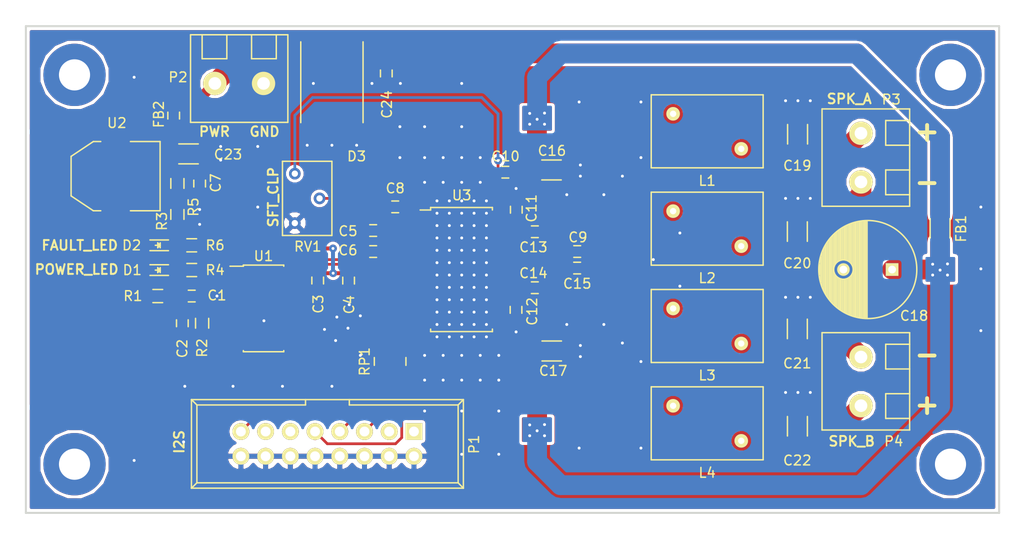
<source format=kicad_pcb>
(kicad_pcb (version 4) (host pcbnew 4.0.2-stable)
  (layers (0 F.Cu signal) (31 B.Cu signal) (34 B.Paste user) (35 F.Paste user) (36 B.SilkS user) (37 F.SilkS user) (38 B.Mask user) (39 F.Mask user) (44 Edge.Cuts user))
  (net 0 "")
  (net 1 "Net-(C1-Pad1)")
  (net 2 GND)
  (net 3 "Net-(C2-Pad1)")
  (net 4 +3V3)
  (net 5 "Net-(C5-Pad1)")
  (net 6 "Net-(C5-Pad2)")
  (net 7 "Net-(C6-Pad2)")
  (net 8 "Net-(C8-Pad2)")
  (net 9 /SPK_OUTA-)
  (net 10 "Net-(C9-Pad2)")
  (net 11 "Net-(C10-Pad1)")
  (net 12 VCC)
  (net 13 /SPK_OUTA+)
  (net 14 "Net-(C13-Pad2)")
  (net 15 /SPK_OUTB+)
  (net 16 "Net-(C14-Pad2)")
  (net 17 /SPK_OUTB-)
  (net 18 "Net-(C15-Pad2)")
  (net 19 "Net-(C19-Pad1)")
  (net 20 "Net-(C20-Pad1)")
  (net 21 "Net-(C21-Pad1)")
  (net 22 "Net-(C22-Pad1)")
  (net 23 "Net-(D1-Pad1)")
  (net 24 "Net-(D2-Pad1)")
  (net 25 "Net-(P1-Pad1)")
  (net 26 "Net-(P1-Pad3)")
  (net 27 "Net-(P1-Pad11)")
  (net 28 "Net-(P1-Pad13)")
  (net 29 "Net-(R2-Pad1)")
  (net 30 "Net-(R4-Pad2)")
  (net 31 "Net-(U1-Pad2)")
  (net 32 "Net-(U1-Pad6)")
  (net 33 "Net-(U1-Pad8)")
  (net 34 "Net-(U1-Pad10)")
  (net 35 "Net-(U1-Pad12)")
  (net 36 "Net-(U3-Pad18)")
  (net 37 "Net-(U3-Pad19)")
  (net 38 "Net-(U3-Pad20)")
  (net 39 "Net-(U3-Pad21)")
  (net 40 "Net-(U3-Pad22)")
  (net 41 "Net-(U3-Pad23)")
  (net 42 "Net-(U3-Pad24)")
  (net 43 "Net-(U3-Pad25)")
  (net 44 "Net-(U3-Pad26)")
  (net 45 "Net-(U3-Pad27)")
  (net 46 "Net-(U3-Pad28)")
  (net 47 "Net-(U3-Pad29)")
  (net 48 "Net-(U3-Pad30)")
  (net 49 "Net-(U3-Pad31)")
  (net 50 /SDIN)
  (net 51 /SCLK)
  (net 52 /LRCK)
  (net 53 /MCLK)
  (net 54 /ADJ)
  (net 55 "Net-(P1-Pad5)")
  (net 56 "Net-(P1-Pad7)")
  (net 57 "Net-(P1-Pad9)")
  (net 58 "Net-(P1-Pad15)")
  (net 59 "Net-(C23-Pad1)")
  (net 60 VSS)
  (module MyFootprints:Via (layer F.Cu) (at 111.125 94.615)
    (fp_text reference 111 hide)
    (fp_text value "" hide)
    (pad "" thru_hole circle (at 0 0) (size 0.8 0.8) (drill 0.3) (layers *.Cu) (net 2 GND))
  )
  (module MyFootprints:Via (layer F.Cu) (at 111.125 55.245)
    (fp_text reference 111 hide)
    (fp_text value "" hide)
    (pad "" thru_hole circle (at 0 0) (size 0.8 0.8) (drill 0.3) (layers *.Cu) (net 2 GND))
  )
  (module MyFootprints:Via (layer F.Cu) (at 198.12 81.28)
    (fp_text reference 111 hide)
    (fp_text value "" hide)
    (pad "" thru_hole circle (at 0 0) (size 0.8 0.8) (drill 0.3) (layers *.Cu) (net 2 GND))
  )
  (module MyFootprints:Via (layer F.Cu) (at 198.12 68.58)
    (fp_text reference 111 hide)
    (fp_text value "" hide)
    (pad "" thru_hole circle (at 0 0) (size 0.8 0.8) (drill 0.3) (layers *.Cu) (net 2 GND))
  )
  (module MyFootprints:Via (layer F.Cu) (at 198.12 74.93)
    (fp_text reference 111 hide)
    (fp_text value "" hide)
    (pad "" thru_hole circle (at 0 0) (size 0.8 0.8) (drill 0.3) (layers *.Cu) (net 2 GND))
  )
  (module MyFootprints:Via (layer F.Cu) (at 163.195 93.345)
    (fp_text reference 1141 hide)
    (fp_text value "" hide)
    (pad "" thru_hole circle (at 0 0) (size 0.8 0.8) (drill 0.3) (layers *.Cu) (net 2 GND))
  )
  (module MyFootprints:Via (layer F.Cu) (at 156.845 93.345)
    (fp_text reference 1141 hide)
    (fp_text value "" hide)
    (pad "" thru_hole circle (at 0 0) (size 0.8 0.8) (drill 0.3) (layers *.Cu) (net 2 GND))
  )
  (module MyFootprints:Via (layer F.Cu) (at 163.195 57.785)
    (fp_text reference 1141 hide)
    (fp_text value "" hide)
    (pad "" thru_hole circle (at 0 0) (size 0.8 0.8) (drill 0.3) (layers *.Cu) (net 2 GND))
  )
  (module MyFootprints:Via (layer F.Cu) (at 156.845 57.785)
    (fp_text reference 1141 hide)
    (fp_text value "" hide)
    (pad "" thru_hole circle (at 0 0) (size 0.8 0.8) (drill 0.3) (layers *.Cu) (net 2 GND))
  )
  (module MyFootprints:Via (layer F.Cu) (at 144.78 93.98)
    (fp_text reference 1141 hide)
    (fp_text value "" hide)
    (pad "" thru_hole circle (at 0 0) (size 0.8 0.8) (drill 0.3) (layers *.Cu) (net 2 GND))
  )
  (module MyFootprints:Via (layer F.Cu) (at 148.59 93.98)
    (fp_text reference 1141 hide)
    (fp_text value "" hide)
    (pad "" thru_hole circle (at 0 0) (size 0.8 0.8) (drill 0.3) (layers *.Cu) (net 2 GND))
  )
  (module MyFootprints:Via (layer F.Cu) (at 116.205 92.71)
    (fp_text reference 1141 hide)
    (fp_text value "" hide)
    (pad "" thru_hole circle (at 0 0) (size 0.8 0.8) (drill 0.3) (layers *.Cu) (net 2 GND))
  )
  (module MyFootprints:Via (layer F.Cu) (at 123.825 68.58)
    (fp_text reference 1141 hide)
    (fp_text value "" hide)
    (pad "" thru_hole circle (at 0 0) (size 0.8 0.8) (drill 0.3) (layers *.Cu) (net 2 GND))
  )
  (module MyFootprints:Via (layer F.Cu) (at 123.825 62.357)
    (fp_text reference 1141 hide)
    (fp_text value "" hide)
    (pad "" thru_hole circle (at 0 0) (size 0.8 0.8) (drill 0.3) (layers *.Cu) (net 2 GND))
  )
  (module MyFootprints:Via (layer F.Cu) (at 129.54 55.88)
    (fp_text reference 111 hide)
    (fp_text value "" hide)
    (pad "" thru_hole circle (at 0 0) (size 0.8 0.8) (drill 0.3) (layers *.Cu) (net 2 GND))
  )
  (module MyFootprints:Via (layer F.Cu) (at 144.78 55.88)
    (fp_text reference 111 hide)
    (fp_text value "" hide)
    (pad "" thru_hole circle (at 0 0) (size 0.8 0.8) (drill 0.3) (layers *.Cu) (net 2 GND))
  )
  (module MyFootprints:Via (layer F.Cu) (at 167.1955 76.708)
    (fp_text reference 111 hide)
    (fp_text value "" hide)
    (pad "" thru_hole circle (at 0 0) (size 0.8 0.8) (drill 0.3) (layers *.Cu) (net 2 GND))
  )
  (module MyFootprints:Via (layer F.Cu) (at 167.1955 71.247)
    (fp_text reference 111 hide)
    (fp_text value "" hide)
    (pad "" thru_hole circle (at 0 0) (size 0.8 0.8) (drill 0.3) (layers *.Cu) (net 2 GND))
  )
  (module MyFootprints:Via (layer F.Cu) (at 164.465 73.9775)
    (fp_text reference 111 hide)
    (fp_text value "" hide)
    (pad "" thru_hole circle (at 0 0) (size 0.8 0.8) (drill 0.3) (layers *.Cu) (net 2 GND))
  )
  (module MyFootprints:Via (layer F.Cu) (at 163.195 84.455)
    (fp_text reference 111 hide)
    (fp_text value "" hide)
    (pad "" thru_hole circle (at 0 0) (size 0.8 0.8) (drill 0.3) (layers *.Cu) (net 2 GND))
  )
  (module MyFootprints:Via (layer F.Cu) (at 161.29 82.55)
    (fp_text reference 111 hide)
    (fp_text value "" hide)
    (pad "" thru_hole circle (at 0 0) (size 0.8 0.8) (drill 0.3) (layers *.Cu) (net 2 GND))
  )
  (module MyFootprints:Via (layer F.Cu) (at 159.385 80.645)
    (fp_text reference 111 hide)
    (fp_text value "" hide)
    (pad "" thru_hole circle (at 0 0) (size 0.8 0.8) (drill 0.3) (layers *.Cu) (net 2 GND))
  )
  (module MyFootprints:Via (layer F.Cu) (at 155.575 80.645)
    (fp_text reference 111 hide)
    (fp_text value "" hide)
    (pad "" thru_hole circle (at 0 0) (size 0.8 0.8) (drill 0.3) (layers *.Cu) (net 2 GND))
  )
  (module MyFootprints:Via (layer F.Cu) (at 155.575 67.31)
    (fp_text reference 111 hide)
    (fp_text value "" hide)
    (pad "" thru_hole circle (at 0 0) (size 0.8 0.8) (drill 0.3) (layers *.Cu) (net 2 GND))
  )
  (module MyFootprints:Via (layer F.Cu) (at 163.195 63.5)
    (fp_text reference 111 hide)
    (fp_text value "" hide)
    (pad "" thru_hole circle (at 0 0) (size 0.8 0.8) (drill 0.3) (layers *.Cu) (net 2 GND))
  )
  (module MyFootprints:Via (layer F.Cu) (at 161.29 65.405)
    (fp_text reference 111 hide)
    (fp_text value "" hide)
    (pad "" thru_hole circle (at 0 0) (size 0.8 0.8) (drill 0.3) (layers *.Cu) (net 2 GND))
  )
  (module MyFootprints:Via (layer F.Cu) (at 159.385 67.31)
    (fp_text reference 111 hide)
    (fp_text value "" hide)
    (pad "" thru_hole circle (at 0 0) (size 0.8 0.8) (drill 0.3) (layers *.Cu) (net 2 GND))
  )
  (module MyFootprints:Via (layer F.Cu) (at 120.015 63.754)
    (fp_text reference 1141 hide)
    (fp_text value "" hide)
    (pad "" thru_hole circle (at 0 0) (size 0.8 0.8) (drill 0.3) (layers *.Cu) (net 2 GND))
  )
  (module MyFootprints:Via (layer F.Cu) (at 120.015 62.357)
    (fp_text reference 1141 hide)
    (fp_text value "" hide)
    (pad "" thru_hole circle (at 0 0) (size 0.8 0.8) (drill 0.3) (layers *.Cu) (net 2 GND))
  )
  (module MyFootprints:Via (layer F.Cu) (at 117.856 70.358)
    (fp_text reference 1141 hide)
    (fp_text value "" hide)
    (pad "" thru_hole circle (at 0 0) (size 0.8 0.8) (drill 0.3) (layers *.Cu) (net 2 GND))
  )
  (module MyFootprints:Via (layer F.Cu) (at 117.856 68.834)
    (fp_text reference 1141 hide)
    (fp_text value "" hide)
    (pad "" thru_hole circle (at 0 0) (size 0.8 0.8) (drill 0.3) (layers *.Cu) (net 2 GND))
  )
  (module MyFootprints:Via (layer F.Cu) (at 116.332 86.995)
    (fp_text reference 1141 hide)
    (fp_text value "" hide)
    (pad "" thru_hole circle (at 0 0) (size 0.8 0.8) (drill 0.3) (layers *.Cu) (net 2 GND))
  )
  (module MyFootprints:Via (layer F.Cu) (at 119.634 77.724)
    (fp_text reference 1141 hide)
    (fp_text value "" hide)
    (pad "" thru_hole circle (at 0 0) (size 0.8 0.8) (drill 0.3) (layers *.Cu) (net 2 GND))
  )
  (module MyFootprints:Via (layer F.Cu) (at 124.46 80.264)
    (fp_text reference 1141 hide)
    (fp_text value "" hide)
    (pad "" thru_hole circle (at 0 0) (size 0.8 0.8) (drill 0.3) (layers *.Cu) (net 2 GND))
  )
  (module MyFootprints:Via (layer F.Cu) (at 140.97 60.325)
    (fp_text reference 111 hide)
    (fp_text value "" hide)
    (pad "" thru_hole circle (at 0 0) (size 0.8 0.8) (drill 0.3) (layers *.Cu) (net 2 GND))
  )
  (module MyFootprints:Via (layer F.Cu) (at 146.685 63.5)
    (fp_text reference 111 hide)
    (fp_text value "" hide)
    (pad "" thru_hole circle (at 0 0) (size 0.8 0.8) (drill 0.3) (layers *.Cu) (net 2 GND))
  )
  (module MyFootprints:Via (layer F.Cu) (at 140.97 63.5)
    (fp_text reference 111 hide)
    (fp_text value "" hide)
    (pad "" thru_hole circle (at 0 0) (size 0.8 0.8) (drill 0.3) (layers *.Cu) (net 2 GND))
  )
  (module MyFootprints:Via (layer F.Cu) (at 142.875 63.5)
    (fp_text reference 111 hide)
    (fp_text value "" hide)
    (pad "" thru_hole circle (at 0 0) (size 0.8 0.8) (drill 0.3) (layers *.Cu) (net 2 GND))
  )
  (module MyFootprints:Via (layer F.Cu) (at 146.685 86.36)
    (fp_text reference 111 hide)
    (fp_text value "" hide)
    (pad "" thru_hole circle (at 0 0) (size 0.8 0.8) (drill 0.3) (layers *.Cu) (net 2 GND))
  )
  (module MyFootprints:Via (layer F.Cu) (at 140.97 86.36)
    (fp_text reference 111 hide)
    (fp_text value "" hide)
    (pad "" thru_hole circle (at 0 0) (size 0.8 0.8) (drill 0.3) (layers *.Cu) (net 2 GND))
  )
  (module MyFootprints:Via (layer F.Cu) (at 121.285 86.995)
    (fp_text reference 1141 hide)
    (fp_text value "" hide)
    (pad "" thru_hole circle (at 0 0) (size 0.8 0.8) (drill 0.3) (layers *.Cu) (net 2 GND))
  )
  (module MyFootprints:Via (layer F.Cu) (at 126.365 86.995)
    (fp_text reference 1141 hide)
    (fp_text value "" hide)
    (pad "" thru_hole circle (at 0 0) (size 0.8 0.8) (drill 0.3) (layers *.Cu) (net 2 GND))
  )
  (module MyFootprints:Via (layer F.Cu) (at 131.445 86.995)
    (fp_text reference 1141 hide)
    (fp_text value "" hide)
    (pad "" thru_hole circle (at 0 0) (size 0.8 0.8) (drill 0.3) (layers *.Cu) (net 2 GND))
  )
  (module MyFootprints:Via (layer F.Cu) (at 134.366 83.82)
    (fp_text reference 1141 hide)
    (fp_text value "" hide)
    (pad "" thru_hole circle (at 0 0) (size 0.8 0.8) (drill 0.3) (layers *.Cu) (net 2 GND))
  )
  (module MyFootprints:Via (layer F.Cu) (at 178.054 87.63)
    (fp_text reference 111 hide)
    (fp_text value "" hide)
    (pad "" thru_hole circle (at 0 0) (size 0.8 0.8) (drill 0.3) (layers *.Cu) (net 2 GND))
  )
  (module MyFootprints:Via (layer F.Cu) (at 180.594 87.63)
    (fp_text reference 111 hide)
    (fp_text value "" hide)
    (pad "" thru_hole circle (at 0 0) (size 0.8 0.8) (drill 0.3) (layers *.Cu) (net 2 GND))
  )
  (module MyFootprints:Via (layer F.Cu) (at 179.324 87.63)
    (fp_text reference 111 hide)
    (fp_text value "" hide)
    (pad "" thru_hole circle (at 0 0) (size 0.8 0.8) (drill 0.3) (layers *.Cu) (net 2 GND))
  )
  (module MyFootprints:Via (layer F.Cu) (at 178.054 77.851)
    (fp_text reference 111 hide)
    (fp_text value "" hide)
    (pad "" thru_hole circle (at 0 0) (size 0.8 0.8) (drill 0.3) (layers *.Cu) (net 2 GND))
  )
  (module MyFootprints:Via (layer F.Cu) (at 180.594 77.851)
    (fp_text reference 111 hide)
    (fp_text value "" hide)
    (pad "" thru_hole circle (at 0 0) (size 0.8 0.8) (drill 0.3) (layers *.Cu) (net 2 GND))
  )
  (module MyFootprints:Via (layer F.Cu) (at 179.324 77.851)
    (fp_text reference 111 hide)
    (fp_text value "" hide)
    (pad "" thru_hole circle (at 0 0) (size 0.8 0.8) (drill 0.3) (layers *.Cu) (net 2 GND))
  )
  (module MyFootprints:Via (layer F.Cu) (at 178.054 67.691)
    (fp_text reference 111 hide)
    (fp_text value "" hide)
    (pad "" thru_hole circle (at 0 0) (size 0.8 0.8) (drill 0.3) (layers *.Cu) (net 2 GND))
  )
  (module MyFootprints:Via (layer F.Cu) (at 180.594 67.691)
    (fp_text reference 111 hide)
    (fp_text value "" hide)
    (pad "" thru_hole circle (at 0 0) (size 0.8 0.8) (drill 0.3) (layers *.Cu) (net 2 GND))
  )
  (module MyFootprints:Via (layer F.Cu) (at 179.324 67.691)
    (fp_text reference 111 hide)
    (fp_text value "" hide)
    (pad "" thru_hole circle (at 0 0) (size 0.8 0.8) (drill 0.3) (layers *.Cu) (net 2 GND))
  )
  (module MyFootprints:Via (layer F.Cu) (at 180.594 57.658)
    (fp_text reference 111 hide)
    (fp_text value "" hide)
    (pad "" thru_hole circle (at 0 0) (size 0.8 0.8) (drill 0.3) (layers *.Cu) (net 2 GND))
  )
  (module MyFootprints:Via (layer F.Cu) (at 178.054 57.658)
    (fp_text reference 111 hide)
    (fp_text value "" hide)
    (pad "" thru_hole circle (at 0 0) (size 0.8 0.8) (drill 0.3) (layers *.Cu) (net 2 GND))
  )
  (module MyFootprints:Via (layer F.Cu) (at 179.324 57.658)
    (fp_text reference 111 hide)
    (fp_text value "" hide)
    (pad "" thru_hole circle (at 0 0) (size 0.8 0.8) (drill 0.3) (layers *.Cu) (net 2 GND))
  )
  (module MyFootprints:Via (layer F.Cu) (at 148.59 89.535)
    (fp_text reference 111 hide)
    (fp_text value "" hide)
    (pad "" thru_hole circle (at 0 0) (size 0.8 0.8) (drill 0.3) (layers *.Cu) (net 2 GND))
  )
  (module MyFootprints:Via (layer F.Cu) (at 140.97 89.535)
    (fp_text reference 111 hide)
    (fp_text value "" hide)
    (pad "" thru_hole circle (at 0 0) (size 0.8 0.8) (drill 0.3) (layers *.Cu) (net 2 GND))
  )
  (module MyFootprints:Via (layer F.Cu) (at 138.43 63.5)
    (fp_text reference 111 hide)
    (fp_text value "" hide)
    (pad "" thru_hole circle (at 0 0) (size 0.8 0.8) (drill 0.3) (layers *.Cu) (net 2 GND))
  )
  (module MyFootprints:Via (layer F.Cu) (at 138.43 60.325)
    (fp_text reference 111 hide)
    (fp_text value "" hide)
    (pad "" thru_hole circle (at 0 0) (size 0.8 0.8) (drill 0.3) (layers *.Cu) (net 2 GND))
  )
  (module MyFootprints:Via (layer F.Cu) (at 148.59 86.36)
    (fp_text reference 111 hide)
    (fp_text value "" hide)
    (pad "" thru_hole circle (at 0 0) (size 0.8 0.8) (drill 0.3) (layers *.Cu) (net 2 GND))
  )
  (module MyFootprints:Via (layer F.Cu) (at 140.97 83.82)
    (fp_text reference 111 hide)
    (fp_text value "" hide)
    (pad "" thru_hole circle (at 0 0) (size 0.8 0.8) (drill 0.3) (layers *.Cu) (net 2 GND))
  )
  (module MyFootprints:Via (layer F.Cu) (at 148.59 83.82)
    (fp_text reference 111 hide)
    (fp_text value "" hide)
    (pad "" thru_hole circle (at 0 0) (size 0.8 0.8) (drill 0.3) (layers *.Cu) (net 2 GND))
  )
  (module MyFootprints:Via (layer F.Cu) (at 147.32 81.915)
    (fp_text reference 111 hide)
    (fp_text value "" hide)
    (pad "" thru_hole circle (at 0 0) (size 0.8 0.8) (drill 0.3) (layers *.Cu) (net 2 GND))
  )
  (module MyFootprints:Via (layer F.Cu) (at 142.24 81.915)
    (fp_text reference 111 hide)
    (fp_text value "" hide)
    (pad "" thru_hole circle (at 0 0) (size 0.8 0.8) (drill 0.3) (layers *.Cu) (net 2 GND))
  )
  (module MyFootprints:Via (layer F.Cu) (at 143.51 81.915)
    (fp_text reference 111 hide)
    (fp_text value "" hide)
    (pad "" thru_hole circle (at 0 0) (size 0.8 0.8) (drill 0.3) (layers *.Cu) (net 2 GND))
  )
  (module MyFootprints:Via (layer F.Cu) (at 142.875 83.82)
    (fp_text reference 111 hide)
    (fp_text value "" hide)
    (pad "" thru_hole circle (at 0 0) (size 0.8 0.8) (drill 0.3) (layers *.Cu) (net 2 GND))
  )
  (module MyFootprints:Via (layer F.Cu) (at 146.685 83.82)
    (fp_text reference 111 hide)
    (fp_text value "" hide)
    (pad "" thru_hole circle (at 0 0) (size 0.8 0.8) (drill 0.3) (layers *.Cu) (net 2 GND))
  )
  (module MyFootprints:Via (layer F.Cu) (at 146.05 81.915)
    (fp_text reference 111 hide)
    (fp_text value "" hide)
    (pad "" thru_hole circle (at 0 0) (size 0.8 0.8) (drill 0.3) (layers *.Cu) (net 2 GND))
  )
  (module MyFootprints:Via (layer F.Cu) (at 144.78 89.535)
    (fp_text reference 111 hide)
    (fp_text value "" hide)
    (pad "" thru_hole circle (at 0 0) (size 0.8 0.8) (drill 0.3) (layers *.Cu) (net 2 GND))
  )
  (module MyFootprints:Via (layer F.Cu) (at 144.78 86.36)
    (fp_text reference 111 hide)
    (fp_text value "" hide)
    (pad "" thru_hole circle (at 0 0) (size 0.8 0.8) (drill 0.3) (layers *.Cu) (net 2 GND))
  )
  (module MyFootprints:Via (layer F.Cu) (at 144.78 83.82)
    (fp_text reference 111 hide)
    (fp_text value "" hide)
    (pad "" thru_hole circle (at 0 0) (size 0.8 0.8) (drill 0.3) (layers *.Cu) (net 2 GND))
  )
  (module MyFootprints:Via (layer F.Cu) (at 144.78 81.915)
    (fp_text reference 111 hide)
    (fp_text value "" hide)
    (pad "" thru_hole circle (at 0 0) (size 0.8 0.8) (drill 0.3) (layers *.Cu) (net 2 GND))
  )
  (module MyFootprints:Via (layer F.Cu) (at 144.78 60.325)
    (fp_text reference 111 hide)
    (fp_text value "" hide)
    (pad "" thru_hole circle (at 0 0) (size 0.8 0.8) (drill 0.3) (layers *.Cu) (net 2 GND))
  )
  (module MyFootprints:Via (layer F.Cu) (at 144.78 63.5)
    (fp_text reference 111 hide)
    (fp_text value "" hide)
    (pad "" thru_hole circle (at 0 0) (size 0.8 0.8) (drill 0.3) (layers *.Cu) (net 2 GND))
  )
  (module MyFootprints:Via (layer F.Cu) (at 142.875 86.36)
    (fp_text reference 111 hide)
    (fp_text value "" hide)
    (pad "" thru_hole circle (at 0 0) (size 0.8 0.8) (drill 0.3) (layers *.Cu) (net 2 GND))
  )
  (module MyFootprints:Via (layer F.Cu) (at 140.97 66.04)
    (fp_text reference 111 hide)
    (fp_text value "" hide)
    (pad "" thru_hole circle (at 0 0) (size 0.8 0.8) (drill 0.3) (layers *.Cu) (net 2 GND))
  )
  (module MyFootprints:Via (layer F.Cu) (at 142.875 66.04)
    (fp_text reference 111 hide)
    (fp_text value "" hide)
    (pad "" thru_hole circle (at 0 0) (size 0.8 0.8) (drill 0.3) (layers *.Cu) (net 2 GND))
  )
  (module MyFootprints:Via (layer F.Cu) (at 144.78 66.04)
    (fp_text reference 111 hide)
    (fp_text value "" hide)
    (pad "" thru_hole circle (at 0 0) (size 0.8 0.8) (drill 0.3) (layers *.Cu) (net 2 GND))
  )
  (module MyFootprints:Via (layer F.Cu) (at 146.685 66.04)
    (fp_text reference 111 hide)
    (fp_text value "" hide)
    (pad "" thru_hole circle (at 0 0) (size 0.8 0.8) (drill 0.3) (layers *.Cu) (net 2 GND))
  )
  (module MyFootprints:Via (layer F.Cu) (at 147.32 67.945)
    (fp_text reference 111 hide)
    (fp_text value "" hide)
    (pad "" thru_hole circle (at 0 0) (size 0.8 0.8) (drill 0.3) (layers *.Cu) (net 2 GND))
  )
  (module MyFootprints:Via (layer F.Cu) (at 146.05 67.945)
    (fp_text reference 111 hide)
    (fp_text value "" hide)
    (pad "" thru_hole circle (at 0 0) (size 0.8 0.8) (drill 0.3) (layers *.Cu) (net 2 GND))
  )
  (module MyFootprints:Via (layer F.Cu) (at 142.24 67.945)
    (fp_text reference 111 hide)
    (fp_text value "" hide)
    (pad "" thru_hole circle (at 0 0) (size 0.8 0.8) (drill 0.3) (layers *.Cu) (net 2 GND))
  )
  (module MyFootprints:Via (layer F.Cu) (at 143.51 67.945)
    (fp_text reference 112 hide)
    (fp_text value "" hide)
    (pad "" thru_hole circle (at 0 0) (size 0.8 0.8) (drill 0.3) (layers *.Cu) (net 2 GND))
  )
  (module MyFootprints:Via (layer F.Cu) (at 144.78 67.945)
    (fp_text reference 113 hide)
    (fp_text value "" hide)
    (pad "" thru_hole circle (at 0 0) (size 0.8 0.8) (drill 0.3) (layers *.Cu) (net 2 GND))
  )
  (module MyFootprints:Via (layer F.Cu) (at 135.5598 55.88)
    (fp_text reference 111 hide)
    (fp_text value "" hide)
    (pad "" thru_hole circle (at 0 0) (size 0.8 0.8) (drill 0.3) (layers *.Cu) (net 2 GND))
  )
  (module MyFootprints:Via (layer F.Cu) (at 138.4808 55.88)
    (fp_text reference 111 hide)
    (fp_text value "" hide)
    (pad "" thru_hole circle (at 0 0) (size 0.8 0.8) (drill 0.3) (layers *.Cu) (net 2 GND))
  )
  (module MyFootprints:Via (layer F.Cu) (at 128.905 62.23)
    (fp_text reference 111 hide)
    (fp_text value "" hide)
    (pad "" thru_hole circle (at 0 0) (size 0.8 0.8) (drill 0.3) (layers *.Cu) (net 2 GND))
  )
  (module MyFootprints:Via (layer F.Cu) (at 133.985 62.23)
    (fp_text reference 111 hide)
    (fp_text value "" hide)
    (pad "" thru_hole circle (at 0 0) (size 0.8 0.8) (drill 0.3) (layers *.Cu) (net 2 GND))
  )
  (module MyFootprints:Via (layer F.Cu) (at 131.445 62.23)
    (fp_text reference 111 hide)
    (fp_text value "" hide)
    (pad "" thru_hole circle (at 0 0) (size 0.8 0.8) (drill 0.3) (layers *.Cu) (net 2 GND))
  )
  (module MyFootprints:Via (layer F.Cu) (at 134.366 79.756)
    (fp_text reference 1141 hide)
    (fp_text value "" hide)
    (pad "" thru_hole circle (at 0 0) (size 0.8 0.8) (drill 0.3) (layers *.Cu) (net 2 GND))
  )
  (module MyFootprints:Via (layer F.Cu) (at 133.096 81.026)
    (fp_text reference 1141 hide)
    (fp_text value "" hide)
    (pad "" thru_hole circle (at 0 0) (size 0.8 0.8) (drill 0.3) (layers *.Cu) (net 2 GND))
  )
  (module MyFootprints:Via (layer F.Cu) (at 131.826 82.296)
    (fp_text reference 1141 hide)
    (fp_text value "" hide)
    (pad "" thru_hole circle (at 0 0) (size 0.8 0.8) (drill 0.3) (layers *.Cu) (net 2 GND))
  )
  (module MyFootprints:Via (layer F.Cu) (at 130.683 81.153)
    (fp_text reference 1141 hide)
    (fp_text value "" hide)
    (pad "" thru_hole circle (at 0 0) (size 0.8 0.8) (drill 0.3) (layers *.Cu) (net 2 GND))
  )
  (module MyFootprints:Via (layer F.Cu) (at 131.953 79.883)
    (fp_text reference 1141 hide)
    (fp_text value "" hide)
    (pad "" thru_hole circle (at 0 0) (size 0.8 0.8) (drill 0.3) (layers *.Cu) (net 2 GND))
  )
  (module MyFootprints:Via (layer F.Cu) (at 133.223 78.613)
    (fp_text reference 1141 hide)
    (fp_text value "" hide)
    (pad "" thru_hole circle (at 0 0) (size 0.8 0.8) (drill 0.3) (layers *.Cu) (net 2 GND))
  )
  (module MyFootprints:Via (layer F.Cu) (at 156.972 83.947)
    (fp_text reference 115 hide)
    (fp_text value "" hide)
    (pad "" thru_hole circle (at 0 0) (size 0.8 0.8) (drill 0.3) (layers *.Cu) (net 2 GND))
  )
  (module MyFootprints:Via (layer F.Cu) (at 156.972 82.804)
    (fp_text reference 115 hide)
    (fp_text value "" hide)
    (pad "" thru_hole circle (at 0 0) (size 0.8 0.8) (drill 0.3) (layers *.Cu) (net 2 GND))
  )
  (module MyFootprints:Via (layer F.Cu) (at 156.972 65.405)
    (fp_text reference 115 hide)
    (fp_text value "" hide)
    (pad "" thru_hole circle (at 0 0) (size 0.8 0.8) (drill 0.3) (layers *.Cu) (net 2 GND))
  )
  (module MyFootprints:Via (layer F.Cu) (at 156.972 64.262)
    (fp_text reference 115 hide)
    (fp_text value "" hide)
    (pad "" thru_hole circle (at 0 0) (size 0.8 0.8) (drill 0.3) (layers *.Cu) (net 2 GND))
  )
  (module MyFootprints:Via (layer F.Cu) (at 150.368 81.407)
    (fp_text reference 115 hide)
    (fp_text value "" hide)
    (pad "" thru_hole circle (at 0 0) (size 0.8 0.8) (drill 0.3) (layers *.Cu) (net 2 GND))
  )
  (module MyFootprints:Via (layer F.Cu) (at 150.368 66.675)
    (fp_text reference 115 hide)
    (fp_text value "" hide)
    (pad "" thru_hole circle (at 0 0) (size 0.8 0.8) (drill 0.3) (layers *.Cu) (net 2 GND))
  )
  (module MyFootprints:Via (layer F.Cu) (at 151.765 92.075)
    (fp_text reference "" hide)
    (fp_text value "" hide)
    (pad "" thru_hole circle (at 0 0) (size 0.8 0.8) (drill 0.3) (layers *.Cu) (net 12 VCC))
  )
  (module MyFootprints:Via (layer F.Cu) (at 153.289 92.075)
    (fp_text reference "" hide)
    (fp_text value "" hide)
    (pad "" thru_hole circle (at 0 0) (size 0.8 0.8) (drill 0.3) (layers *.Cu) (net 12 VCC))
  )
  (module MyFootprints:Via (layer F.Cu) (at 153.289 90.932)
    (fp_text reference "" hide)
    (fp_text value "" hide)
    (pad "" thru_hole circle (at 0 0) (size 0.8 0.8) (drill 0.3) (layers *.Cu) (net 12 VCC))
  )
  (module MyFootprints:Via (layer F.Cu) (at 151.765 90.964)
    (fp_text reference "" hide)
    (fp_text value "" hide)
    (pad "" thru_hole circle (at 0 0) (size 0.8 0.8) (drill 0.3) (layers *.Cu) (net 12 VCC))
  )
  (module MyFootprints:Via (layer F.Cu) (at 152.527 91.567)
    (fp_text reference "" hide)
    (fp_text value "" hide)
    (pad "" thru_hole circle (at 0 0) (size 0.8 0.8) (drill 0.3) (layers *.Cu) (net 12 VCC))
  )
  (module MyFootprints:Via (layer F.Cu) (at 151.765 60.071)
    (fp_text reference "" hide)
    (fp_text value "" hide)
    (pad "" thru_hole circle (at 0 0) (size 0.8 0.8) (drill 0.3) (layers *.Cu) (net 12 VCC))
  )
  (module MyFootprints:Via (layer F.Cu) (at 153.289 60.071)
    (fp_text reference "" hide)
    (fp_text value "" hide)
    (pad "" thru_hole circle (at 0 0) (size 0.8 0.8) (drill 0.3) (layers *.Cu) (net 12 VCC))
  )
  (module MyFootprints:Via (layer F.Cu) (at 153.289 58.928)
    (fp_text reference "" hide)
    (fp_text value "" hide)
    (pad "" thru_hole circle (at 0 0) (size 0.8 0.8) (drill 0.3) (layers *.Cu) (net 12 VCC))
  )
  (module MyFootprints:Via (layer F.Cu) (at 151.765 58.96)
    (fp_text reference "" hide)
    (fp_text value "" hide)
    (pad "" thru_hole circle (at 0 0) (size 0.8 0.8) (drill 0.3) (layers *.Cu) (net 12 VCC))
  )
  (module MyFootprints:Via (layer F.Cu) (at 152.527 59.563)
    (fp_text reference "" hide)
    (fp_text value "" hide)
    (pad "" thru_hole circle (at 0 0) (size 0.8 0.8) (drill 0.3) (layers *.Cu) (net 12 VCC))
  )
  (module MyFootprints:Via (layer F.Cu) (at 193.929 75.057)
    (fp_text reference "" hide)
    (fp_text value "" hide)
    (pad "" thru_hole circle (at 0 0) (size 0.8 0.8) (drill 0.3) (layers *.Cu) (net 12 VCC))
  )
  (module MyFootprints:Via (layer F.Cu) (at 193.167 74.454)
    (fp_text reference "" hide)
    (fp_text value "" hide)
    (pad "" thru_hole circle (at 0 0) (size 0.8 0.8) (drill 0.3) (layers *.Cu) (net 12 VCC))
  )
  (module MyFootprints:Via (layer F.Cu) (at 194.691 74.422)
    (fp_text reference "" hide)
    (fp_text value "" hide)
    (pad "" thru_hole circle (at 0 0) (size 0.8 0.8) (drill 0.3) (layers *.Cu) (net 12 VCC))
  )
  (module MyFootprints:Via (layer F.Cu) (at 194.691 75.565)
    (fp_text reference "" hide)
    (fp_text value "" hide)
    (pad "" thru_hole circle (at 0 0) (size 0.8 0.8) (drill 0.3) (layers *.Cu) (net 12 VCC))
  )
  (module MyFootprints:Via (layer F.Cu) (at 193.167 75.565)
    (fp_text reference "" hide)
    (fp_text value "" hide)
    (pad "" thru_hole circle (at 0 0) (size 0.8 0.8) (drill 0.3) (layers *.Cu) (net 12 VCC))
  )
  (module MyFootprints:Via (layer F.Cu) (at 147.32 80.645)
    (fp_text reference 1150 hide)
    (fp_text value "" hide)
    (pad "" thru_hole circle (at 0 0) (size 0.8 0.8) (drill 0.3) (layers *.Cu) (net 2 GND))
  )
  (module MyFootprints:Via (layer F.Cu) (at 146.05 80.645)
    (fp_text reference 1149 hide)
    (fp_text value "" hide)
    (pad "" thru_hole circle (at 0 0) (size 0.8 0.8) (drill 0.3) (layers *.Cu) (net 2 GND))
  )
  (module MyFootprints:Via (layer F.Cu) (at 144.78 80.645)
    (fp_text reference 1148 hide)
    (fp_text value "" hide)
    (pad "" thru_hole circle (at 0 0) (size 0.8 0.8) (drill 0.3) (layers *.Cu) (net 2 GND))
  )
  (module MyFootprints:Via (layer F.Cu) (at 143.51 80.645)
    (fp_text reference 1147 hide)
    (fp_text value "" hide)
    (pad "" thru_hole circle (at 0 0) (size 0.8 0.8) (drill 0.3) (layers *.Cu) (net 2 GND))
  )
  (module MyFootprints:Via (layer F.Cu) (at 142.24 80.645)
    (fp_text reference 1146 hide)
    (fp_text value "" hide)
    (pad "" thru_hole circle (at 0 0) (size 0.8 0.8) (drill 0.3) (layers *.Cu) (net 2 GND))
  )
  (module MyFootprints:Via (layer F.Cu) (at 147.32 79.375)
    (fp_text reference 1145 hide)
    (fp_text value "" hide)
    (pad "" thru_hole circle (at 0 0) (size 0.8 0.8) (drill 0.3) (layers *.Cu) (net 2 GND))
  )
  (module MyFootprints:Via (layer F.Cu) (at 146.05 79.375)
    (fp_text reference 1144 hide)
    (fp_text value "" hide)
    (pad "" thru_hole circle (at 0 0) (size 0.8 0.8) (drill 0.3) (layers *.Cu) (net 2 GND))
  )
  (module MyFootprints:Via (layer F.Cu) (at 144.78 79.375)
    (fp_text reference 1143 hide)
    (fp_text value "" hide)
    (pad "" thru_hole circle (at 0 0) (size 0.8 0.8) (drill 0.3) (layers *.Cu) (net 2 GND))
  )
  (module MyFootprints:Via (layer F.Cu) (at 143.51 79.375)
    (fp_text reference 1142 hide)
    (fp_text value "" hide)
    (pad "" thru_hole circle (at 0 0) (size 0.8 0.8) (drill 0.3) (layers *.Cu) (net 2 GND))
  )
  (module MyFootprints:Via (layer F.Cu) (at 142.24 79.375)
    (fp_text reference 1141 hide)
    (fp_text value "" hide)
    (pad "" thru_hole circle (at 0 0) (size 0.8 0.8) (drill 0.3) (layers *.Cu) (net 2 GND))
  )
  (module MyFootprints:Via (layer F.Cu) (at 147.32 78.105)
    (fp_text reference 1140 hide)
    (fp_text value "" hide)
    (pad "" thru_hole circle (at 0 0) (size 0.8 0.8) (drill 0.3) (layers *.Cu) (net 2 GND))
  )
  (module MyFootprints:Via (layer F.Cu) (at 146.05 78.105)
    (fp_text reference 1139 hide)
    (fp_text value "" hide)
    (pad "" thru_hole circle (at 0 0) (size 0.8 0.8) (drill 0.3) (layers *.Cu) (net 2 GND))
  )
  (module MyFootprints:Via (layer F.Cu) (at 144.78 78.105)
    (fp_text reference 1138 hide)
    (fp_text value "" hide)
    (pad "" thru_hole circle (at 0 0) (size 0.8 0.8) (drill 0.3) (layers *.Cu) (net 2 GND))
  )
  (module MyFootprints:Via (layer F.Cu) (at 143.51 78.105)
    (fp_text reference 1137 hide)
    (fp_text value "" hide)
    (pad "" thru_hole circle (at 0 0) (size 0.8 0.8) (drill 0.3) (layers *.Cu) (net 2 GND))
  )
  (module MyFootprints:Via (layer F.Cu) (at 142.24 78.105)
    (fp_text reference 1136 hide)
    (fp_text value "" hide)
    (pad "" thru_hole circle (at 0 0) (size 0.8 0.8) (drill 0.3) (layers *.Cu) (net 2 GND))
  )
  (module MyFootprints:Via (layer F.Cu) (at 147.32 76.835)
    (fp_text reference 1135 hide)
    (fp_text value "" hide)
    (pad "" thru_hole circle (at 0 0) (size 0.8 0.8) (drill 0.3) (layers *.Cu) (net 2 GND))
  )
  (module MyFootprints:Via (layer F.Cu) (at 146.05 76.835)
    (fp_text reference 1134 hide)
    (fp_text value "" hide)
    (pad "" thru_hole circle (at 0 0) (size 0.8 0.8) (drill 0.3) (layers *.Cu) (net 2 GND))
  )
  (module MyFootprints:Via (layer F.Cu) (at 144.78 76.835)
    (fp_text reference 1133 hide)
    (fp_text value "" hide)
    (pad "" thru_hole circle (at 0 0) (size 0.8 0.8) (drill 0.3) (layers *.Cu) (net 2 GND))
  )
  (module MyFootprints:Via (layer F.Cu) (at 143.51 76.835)
    (fp_text reference 1132 hide)
    (fp_text value "" hide)
    (pad "" thru_hole circle (at 0 0) (size 0.8 0.8) (drill 0.3) (layers *.Cu) (net 2 GND))
  )
  (module MyFootprints:Via (layer F.Cu) (at 142.24 76.835)
    (fp_text reference 1131 hide)
    (fp_text value "" hide)
    (pad "" thru_hole circle (at 0 0) (size 0.8 0.8) (drill 0.3) (layers *.Cu) (net 2 GND))
  )
  (module MyFootprints:Via (layer F.Cu) (at 147.32 75.565)
    (fp_text reference 1130 hide)
    (fp_text value "" hide)
    (pad "" thru_hole circle (at 0 0) (size 0.8 0.8) (drill 0.3) (layers *.Cu) (net 2 GND))
  )
  (module MyFootprints:Via (layer F.Cu) (at 146.05 75.565)
    (fp_text reference 1129 hide)
    (fp_text value "" hide)
    (pad "" thru_hole circle (at 0 0) (size 0.8 0.8) (drill 0.3) (layers *.Cu) (net 2 GND))
  )
  (module MyFootprints:Via (layer F.Cu) (at 144.78 75.565)
    (fp_text reference 1128 hide)
    (fp_text value "" hide)
    (pad "" thru_hole circle (at 0 0) (size 0.8 0.8) (drill 0.3) (layers *.Cu) (net 2 GND))
  )
  (module MyFootprints:Via (layer F.Cu) (at 143.51 75.565)
    (fp_text reference 1127 hide)
    (fp_text value "" hide)
    (pad "" thru_hole circle (at 0 0) (size 0.8 0.8) (drill 0.3) (layers *.Cu) (net 2 GND))
  )
  (module MyFootprints:Via (layer F.Cu) (at 142.24 75.565)
    (fp_text reference 1126 hide)
    (fp_text value "" hide)
    (pad "" thru_hole circle (at 0 0) (size 0.8 0.8) (drill 0.3) (layers *.Cu) (net 2 GND))
  )
  (module MyFootprints:Via (layer F.Cu) (at 147.32 74.295)
    (fp_text reference 1125 hide)
    (fp_text value "" hide)
    (pad "" thru_hole circle (at 0 0) (size 0.8 0.8) (drill 0.3) (layers *.Cu) (net 2 GND))
  )
  (module MyFootprints:Via (layer F.Cu) (at 146.05 74.295)
    (fp_text reference 1124 hide)
    (fp_text value "" hide)
    (pad "" thru_hole circle (at 0 0) (size 0.8 0.8) (drill 0.3) (layers *.Cu) (net 2 GND))
  )
  (module MyFootprints:Via (layer F.Cu) (at 144.78 74.295)
    (fp_text reference 1123 hide)
    (fp_text value "" hide)
    (pad "" thru_hole circle (at 0 0) (size 0.8 0.8) (drill 0.3) (layers *.Cu) (net 2 GND))
  )
  (module MyFootprints:Via (layer F.Cu) (at 143.51 74.295)
    (fp_text reference 1122 hide)
    (fp_text value "" hide)
    (pad "" thru_hole circle (at 0 0) (size 0.8 0.8) (drill 0.3) (layers *.Cu) (net 2 GND))
  )
  (module MyFootprints:Via (layer F.Cu) (at 142.24 74.295)
    (fp_text reference 1121 hide)
    (fp_text value "" hide)
    (pad "" thru_hole circle (at 0 0) (size 0.8 0.8) (drill 0.3) (layers *.Cu) (net 2 GND))
  )
  (module MyFootprints:Via (layer F.Cu) (at 147.32 73.025)
    (fp_text reference 1120 hide)
    (fp_text value "" hide)
    (pad "" thru_hole circle (at 0 0) (size 0.8 0.8) (drill 0.3) (layers *.Cu) (net 2 GND))
  )
  (module MyFootprints:Via (layer F.Cu) (at 146.05 73.025)
    (fp_text reference 1119 hide)
    (fp_text value "" hide)
    (pad "" thru_hole circle (at 0 0) (size 0.8 0.8) (drill 0.3) (layers *.Cu) (net 2 GND))
  )
  (module MyFootprints:Via (layer F.Cu) (at 144.78 73.025)
    (fp_text reference 1118 hide)
    (fp_text value "" hide)
    (pad "" thru_hole circle (at 0 0) (size 0.8 0.8) (drill 0.3) (layers *.Cu) (net 2 GND))
  )
  (module MyFootprints:Via (layer F.Cu) (at 143.51 73.025)
    (fp_text reference 1117 hide)
    (fp_text value "" hide)
    (pad "" thru_hole circle (at 0 0) (size 0.8 0.8) (drill 0.3) (layers *.Cu) (net 2 GND))
  )
  (module MyFootprints:Via (layer F.Cu) (at 142.24 73.025)
    (fp_text reference 1116 hide)
    (fp_text value "" hide)
    (pad "" thru_hole circle (at 0 0) (size 0.8 0.8) (drill 0.3) (layers *.Cu) (net 2 GND))
  )
  (module MyFootprints:Via (layer F.Cu) (at 147.32 71.755)
    (fp_text reference 1115 hide)
    (fp_text value "" hide)
    (pad "" thru_hole circle (at 0 0) (size 0.8 0.8) (drill 0.3) (layers *.Cu) (net 2 GND))
  )
  (module MyFootprints:Via (layer F.Cu) (at 146.05 71.755)
    (fp_text reference 1114 hide)
    (fp_text value "" hide)
    (pad "" thru_hole circle (at 0 0) (size 0.8 0.8) (drill 0.3) (layers *.Cu) (net 2 GND))
  )
  (module MyFootprints:Via (layer F.Cu) (at 144.78 71.755)
    (fp_text reference 1113 hide)
    (fp_text value "" hide)
    (pad "" thru_hole circle (at 0 0) (size 0.8 0.8) (drill 0.3) (layers *.Cu) (net 2 GND))
  )
  (module MyFootprints:Via (layer F.Cu) (at 143.51 71.755)
    (fp_text reference 1112 hide)
    (fp_text value "" hide)
    (pad "" thru_hole circle (at 0 0) (size 0.8 0.8) (drill 0.3) (layers *.Cu) (net 2 GND))
  )
  (module MyFootprints:Via (layer F.Cu) (at 142.24 71.755)
    (fp_text reference 1111 hide)
    (fp_text value "" hide)
    (pad "" thru_hole circle (at 0 0) (size 0.8 0.8) (drill 0.3) (layers *.Cu) (net 2 GND))
  )
  (module MyFootprints:Via (layer F.Cu) (at 147.32 70.485)
    (fp_text reference 1110 hide)
    (fp_text value "" hide)
    (pad "" thru_hole circle (at 0 0) (size 0.8 0.8) (drill 0.3) (layers *.Cu) (net 2 GND))
  )
  (module MyFootprints:Via (layer F.Cu) (at 146.05 70.485)
    (fp_text reference 119 hide)
    (fp_text value "" hide)
    (pad "" thru_hole circle (at 0 0) (size 0.8 0.8) (drill 0.3) (layers *.Cu) (net 2 GND))
  )
  (module MyFootprints:Via (layer F.Cu) (at 144.78 70.485)
    (fp_text reference 118 hide)
    (fp_text value "" hide)
    (pad "" thru_hole circle (at 0 0) (size 0.8 0.8) (drill 0.3) (layers *.Cu) (net 2 GND))
  )
  (module MyFootprints:Via (layer F.Cu) (at 143.51 70.485)
    (fp_text reference 117 hide)
    (fp_text value "" hide)
    (pad "" thru_hole circle (at 0 0) (size 0.8 0.8) (drill 0.3) (layers *.Cu) (net 2 GND))
  )
  (module MyFootprints:Via (layer F.Cu) (at 142.24 70.485)
    (fp_text reference 116 hide)
    (fp_text value "" hide)
    (pad "" thru_hole circle (at 0 0) (size 0.8 0.8) (drill 0.3) (layers *.Cu) (net 2 GND))
  )
  (module MyFootprints:Via (layer F.Cu) (at 147.32 69.215)
    (fp_text reference 115 hide)
    (fp_text value "" hide)
    (pad "" thru_hole circle (at 0 0) (size 0.8 0.8) (drill 0.3) (layers *.Cu) (net 2 GND))
  )
  (module MyFootprints:Via (layer F.Cu) (at 146.05 69.215)
    (fp_text reference 114 hide)
    (fp_text value "" hide)
    (pad "" thru_hole circle (at 0 0) (size 0.8 0.8) (drill 0.3) (layers *.Cu) (net 2 GND))
  )
  (module MyFootprints:Via (layer F.Cu) (at 144.78 69.215)
    (fp_text reference 113 hide)
    (fp_text value "" hide)
    (pad "" thru_hole circle (at 0 0) (size 0.8 0.8) (drill 0.3) (layers *.Cu) (net 2 GND))
  )
  (module MyFootprints:Via (layer F.Cu) (at 143.51 69.215)
    (fp_text reference 112 hide)
    (fp_text value "" hide)
    (pad "" thru_hole circle (at 0 0) (size 0.8 0.8) (drill 0.3) (layers *.Cu) (net 2 GND))
  )
  (module TO_SOT_Packages_SMD:SOT-223 (layer F.Cu) (at 109.22 65.405 90)
    (fp_text reference U2 (at 5.461 0.127 180) (layer F.SilkS))
    (fp_text value LM317_SOT223)
    (pad 4 smd rect (at 0 -3.302 90) (size 3.6576 2.032) (layers F.Cu F.Paste F.Mask) (net 4 +3V3))
    (pad 2 smd rect (at 0 3.302 90) (size 1.016 2.032) (layers F.Cu F.Paste F.Mask) (net 4 +3V3))
    (pad 3 smd rect (at 2.286 3.302 90) (size 1.016 2.032) (layers F.Cu F.Paste F.Mask) (net 59 "Net-(C23-Pad1)"))
    (pad 1 smd rect (at -2.286 3.302 90) (size 1.016 2.032) (layers F.Cu F.Paste F.Mask) (net 54 /ADJ))
  )
  (module MyFootprints:1D10ASeries (layer F.Cu) (at 170 90.8)
    (fp_text reference L4 (at 0 5.08) (layer F.SilkS))
    (fp_text value 10uH/4,5A)
    (pad 1 thru_hole circle (at -3.5 -1.8) (size 1.4 1.4) (drill 0.65) (layers *.Cu *.Mask F.SilkS) (net 15 /SPK_OUTB+))
    (pad 2 thru_hole circle (at 3.5 1.8) (size 1.4 1.4) (drill 0.65) (layers *.Cu *.Mask F.SilkS) (net 22 "Net-(C22-Pad1)"))
  )
  (module Capacitors_SMD:C_0603 (layer F.Cu) (at 149.2638 64.9986)
    (fp_text reference C10 (at 0.0247 -1.6256) (layer F.SilkS))
    (fp_text value 1uF/16V)
    (pad 1 smd rect (at -0.75 0) (size 0.8 0.75) (layers F.Cu F.Paste F.Mask) (net 11 "Net-(C10-Pad1)"))
    (pad 2 smd rect (at 0.75 0) (size 0.8 0.75) (layers F.Cu F.Paste F.Mask) (net 2 GND))
  )
  (module Capacitors_ThroughHole:C_Radial_D10_L16_P5 (layer F.Cu) (at 189 75 180)
    (fp_text reference C18 (at -2.262 -4.756 180) (layer F.SilkS))
    (fp_text value 470uF/50V)
    (pad 1 thru_hole rect (at 0 0 180) (size 1.3 1.3) (drill 0.8) (layers *.Cu *.Mask F.SilkS) (net 12 VCC))
    (pad 2 thru_hole circle (at 5 0 180) (size 1.3 1.3) (drill 0.8) (layers *.Cu *.Mask F.SilkS) (net 2 GND))
  )
  (module Connect:IDC_Header_Straight_16pins (layer F.Cu) (at 139.874 91.6432 180)
    (fp_text reference P1 (at -6.176 -1.3208 270) (layer F.SilkS))
    (fp_text value CONN_02X08)
    (pad 1 thru_hole rect (at 0 0 180) (size 1.7272 1.7272) (drill 1.016) (layers *.Cu *.Mask F.SilkS) (net 25 "Net-(P1-Pad1)"))
    (pad 2 thru_hole oval (at 0 -2.54 180) (size 1.7272 1.7272) (drill 1.016) (layers *.Cu *.Mask F.SilkS) (net 2 GND))
    (pad 3 thru_hole oval (at 2.54 0 180) (size 1.7272 1.7272) (drill 1.016) (layers *.Cu *.Mask F.SilkS) (net 26 "Net-(P1-Pad3)"))
    (pad 4 thru_hole oval (at 2.54 -2.54 180) (size 1.7272 1.7272) (drill 1.016) (layers *.Cu *.Mask F.SilkS) (net 2 GND))
    (pad 5 thru_hole oval (at 5.08 0 180) (size 1.7272 1.7272) (drill 1.016) (layers *.Cu *.Mask F.SilkS) (net 55 "Net-(P1-Pad5)"))
    (pad 6 thru_hole oval (at 5.08 -2.54 180) (size 1.7272 1.7272) (drill 1.016) (layers *.Cu *.Mask F.SilkS) (net 2 GND))
    (pad 7 thru_hole oval (at 7.62 0 180) (size 1.7272 1.7272) (drill 1.016) (layers *.Cu *.Mask F.SilkS) (net 56 "Net-(P1-Pad7)"))
    (pad 8 thru_hole oval (at 7.62 -2.54 180) (size 1.7272 1.7272) (drill 1.016) (layers *.Cu *.Mask F.SilkS) (net 2 GND))
    (pad 9 thru_hole oval (at 10.16 0 180) (size 1.7272 1.7272) (drill 1.016) (layers *.Cu *.Mask F.SilkS) (net 57 "Net-(P1-Pad9)"))
    (pad 10 thru_hole oval (at 10.16 -2.54 180) (size 1.7272 1.7272) (drill 1.016) (layers *.Cu *.Mask F.SilkS) (net 2 GND))
    (pad 11 thru_hole oval (at 12.7 0 180) (size 1.7272 1.7272) (drill 1.016) (layers *.Cu *.Mask F.SilkS) (net 27 "Net-(P1-Pad11)"))
    (pad 12 thru_hole oval (at 12.7 -2.54 180) (size 1.7272 1.7272) (drill 1.016) (layers *.Cu *.Mask F.SilkS) (net 2 GND))
    (pad 13 thru_hole oval (at 15.24 0 180) (size 1.7272 1.7272) (drill 1.016) (layers *.Cu *.Mask F.SilkS) (net 28 "Net-(P1-Pad13)"))
    (pad 14 thru_hole oval (at 15.24 -2.54 180) (size 1.7272 1.7272) (drill 1.016) (layers *.Cu *.Mask F.SilkS) (net 2 GND))
    (pad 15 thru_hole oval (at 17.78 0 180) (size 1.7272 1.7272) (drill 1.016) (layers *.Cu *.Mask F.SilkS) (net 58 "Net-(P1-Pad15)"))
    (pad 16 thru_hole oval (at 17.78 -2.54 180) (size 1.7272 1.7272) (drill 1.016) (layers *.Cu *.Mask F.SilkS) (net 2 GND))
  )
  (module Capacitors_SMD:C_1206 (layer F.Cu) (at 154.00656 64.77)
    (fp_text reference C16 (at 0.04444 -1.9685) (layer F.SilkS))
    (fp_text value 4,7uF/50V)
    (pad 1 smd rect (at -1.5 0) (size 1 1.6) (layers F.Cu F.Paste F.Mask) (net 12 VCC))
    (pad 2 smd rect (at 1.5 0) (size 1 1.6) (layers F.Cu F.Paste F.Mask) (net 2 GND))
  )
  (module Resistors_SMD:R_0603 (layer F.Cu) (at 118.11 80.518 270)
    (fp_text reference R2 (at 2.54 0 450) (layer F.SilkS))
    (fp_text value 100k)
    (pad 1 smd rect (at -0.75 0 270) (size 0.5 0.9) (layers F.Cu F.Paste F.Mask) (net 29 "Net-(R2-Pad1)"))
    (pad 2 smd rect (at 0.75 0 270) (size 0.5 0.9) (layers F.Cu F.Paste F.Mask) (net 3 "Net-(C2-Pad1)"))
  )
  (module Housings_SOIC:SOIC-14_3.9x8.7mm_Pitch1.27mm (layer F.Cu) (at 124.4232 78.994)
    (fp_text reference U1 (at 0 -5.375) (layer F.SilkS))
    (fp_text value SN74LVC14ADG4)
    (pad 1 smd rect (at -2.7 -3.81) (size 1.5 0.6) (layers F.Cu F.Paste F.Mask) (net 1 "Net-(C1-Pad1)"))
    (pad 2 smd rect (at -2.7 -2.54) (size 1.5 0.6) (layers F.Cu F.Paste F.Mask) (net 31 "Net-(U1-Pad2)"))
    (pad 3 smd rect (at -2.7 -1.27) (size 1.5 0.6) (layers F.Cu F.Paste F.Mask) (net 31 "Net-(U1-Pad2)"))
    (pad 4 smd rect (at -2.7 0) (size 1.5 0.6) (layers F.Cu F.Paste F.Mask) (net 29 "Net-(R2-Pad1)"))
    (pad 5 smd rect (at -2.7 1.27) (size 1.5 0.6) (layers F.Cu F.Paste F.Mask) (net 3 "Net-(C2-Pad1)"))
    (pad 6 smd rect (at -2.7 2.54) (size 1.5 0.6) (layers F.Cu F.Paste F.Mask) (net 32 "Net-(U1-Pad6)"))
    (pad 7 smd rect (at -2.7 3.81) (size 1.5 0.6) (layers F.Cu F.Paste F.Mask) (net 2 GND))
    (pad 8 smd rect (at 2.7 3.81) (size 1.5 0.6) (layers F.Cu F.Paste F.Mask) (net 33 "Net-(U1-Pad8)"))
    (pad 9 smd rect (at 2.7 2.54) (size 1.5 0.6) (layers F.Cu F.Paste F.Mask) (net 2 GND))
    (pad 10 smd rect (at 2.7 1.27) (size 1.5 0.6) (layers F.Cu F.Paste F.Mask) (net 34 "Net-(U1-Pad10)"))
    (pad 11 smd rect (at 2.7 0) (size 1.5 0.6) (layers F.Cu F.Paste F.Mask) (net 2 GND))
    (pad 12 smd rect (at 2.7 -1.27) (size 1.5 0.6) (layers F.Cu F.Paste F.Mask) (net 35 "Net-(U1-Pad12)"))
    (pad 13 smd rect (at 2.7 -2.54) (size 1.5 0.6) (layers F.Cu F.Paste F.Mask) (net 2 GND))
    (pad 14 smd rect (at 2.7 -3.81) (size 1.5 0.6) (layers F.Cu F.Paste F.Mask) (net 4 +3V3))
  )
  (module Capacitors_SMD:C_0603 (layer F.Cu) (at 117.042738 77.724)
    (fp_text reference C1 (at 2.591262 -0.0635 180) (layer F.SilkS))
    (fp_text value 1uF/16V)
    (pad 1 smd rect (at -0.75 0) (size 0.8 0.75) (layers F.Cu F.Paste F.Mask) (net 1 "Net-(C1-Pad1)"))
    (pad 2 smd rect (at 0.75 0) (size 0.8 0.75) (layers F.Cu F.Paste F.Mask) (net 2 GND))
  )
  (module Capacitors_SMD:C_0603 (layer F.Cu) (at 116.078 80.518 90)
    (fp_text reference C2 (at -2.6035 0 270) (layer F.SilkS))
    (fp_text value 1uF/16V)
    (pad 1 smd rect (at -0.75 0 90) (size 0.8 0.75) (layers F.Cu F.Paste F.Mask) (net 3 "Net-(C2-Pad1)"))
    (pad 2 smd rect (at 0.75 0 90) (size 0.8 0.75) (layers F.Cu F.Paste F.Mask) (net 2 GND))
  )
  (module Capacitors_SMD:C_0603 (layer F.Cu) (at 133.1595 76.1365 270)
    (fp_text reference C4 (at 2.4765 -0.0635 450) (layer F.SilkS))
    (fp_text value 1uF/16V)
    (pad 1 smd rect (at -0.75 0 270) (size 0.8 0.75) (layers F.Cu F.Paste F.Mask) (net 4 +3V3))
    (pad 2 smd rect (at 0.75 0 270) (size 0.8 0.75) (layers F.Cu F.Paste F.Mask) (net 2 GND))
  )
  (module Capacitors_SMD:C_0603 (layer F.Cu) (at 135.683 70.993)
    (fp_text reference C5 (at -2.587 0.0635) (layer F.SilkS))
    (fp_text value 1uF/16V)
    (pad 1 smd rect (at -0.75 0) (size 0.8 0.75) (layers F.Cu F.Paste F.Mask) (net 5 "Net-(C5-Pad1)"))
    (pad 2 smd rect (at 0.75 0) (size 0.8 0.75) (layers F.Cu F.Paste F.Mask) (net 6 "Net-(C5-Pad2)"))
  )
  (module Capacitors_SMD:C_0603 (layer F.Cu) (at 135.683 73.152)
    (fp_text reference C6 (at -2.587 -0.127) (layer F.SilkS))
    (fp_text value 1uF/16V)
    (pad 1 smd rect (at -0.75 0) (size 0.8 0.75) (layers F.Cu F.Paste F.Mask) (net 6 "Net-(C5-Pad2)"))
    (pad 2 smd rect (at 0.75 0) (size 0.8 0.75) (layers F.Cu F.Paste F.Mask) (net 7 "Net-(C6-Pad2)"))
  )
  (module Capacitors_SMD:C_0603 (layer F.Cu) (at 137.94868 68.55968)
    (fp_text reference C8 (at 0 -1.9) (layer F.SilkS))
    (fp_text value 1uF/16V)
    (pad 1 smd rect (at -0.75 0) (size 0.8 0.75) (layers F.Cu F.Paste F.Mask) (net 2 GND))
    (pad 2 smd rect (at 0.75 0) (size 0.8 0.75) (layers F.Cu F.Paste F.Mask) (net 8 "Net-(C8-Pad2)"))
  )
  (module Capacitors_SMD:C_0603 (layer F.Cu) (at 156.64746 73.14946 180)
    (fp_text reference C9 (at -0.07054 1.45796 180) (layer F.SilkS))
    (fp_text value 0,22uF/25V)
    (pad 1 smd rect (at -0.75 0 180) (size 0.8 0.75) (layers F.Cu F.Paste F.Mask) (net 9 /SPK_OUTA-))
    (pad 2 smd rect (at 0.75 0 180) (size 0.8 0.75) (layers F.Cu F.Paste F.Mask) (net 10 "Net-(C9-Pad2)"))
  )
  (module Capacitors_SMD:C_0603 (layer F.Cu) (at 150.3896 68.85502 90)
    (fp_text reference C11 (at 0.14802 1.5659 270) (layer F.SilkS))
    (fp_text value 0,1uF/50V)
    (pad 1 smd rect (at -0.75 0 90) (size 0.8 0.75) (layers F.Cu F.Paste F.Mask) (net 12 VCC))
    (pad 2 smd rect (at 0.75 0 90) (size 0.8 0.75) (layers F.Cu F.Paste F.Mask) (net 2 GND))
  )
  (module Capacitors_SMD:C_0603 (layer F.Cu) (at 150.36166 79.14202 270)
    (fp_text reference C12 (at 0.16948 -1.65734 450) (layer F.SilkS))
    (fp_text value 0,1uF/50V)
    (pad 1 smd rect (at -0.75 0 270) (size 0.8 0.75) (layers F.Cu F.Paste F.Mask) (net 12 VCC))
    (pad 2 smd rect (at 0.75 0 270) (size 0.8 0.75) (layers F.Cu F.Paste F.Mask) (net 2 GND))
  )
  (module Capacitors_SMD:C_0603 (layer F.Cu) (at 152.2953 71.11746 180)
    (fp_text reference C13 (at 0.1493 -1.59004 180) (layer F.SilkS))
    (fp_text value 0,22uF/25V)
    (pad 1 smd rect (at -0.75 0 180) (size 0.8 0.75) (layers F.Cu F.Paste F.Mask) (net 13 /SPK_OUTA+))
    (pad 2 smd rect (at 0.75 0 180) (size 0.8 0.75) (layers F.Cu F.Paste F.Mask) (net 14 "Net-(C13-Pad2)"))
  )
  (module Capacitors_SMD:C_0603 (layer F.Cu) (at 152.29276 76.86802 180)
    (fp_text reference C14 (at 0.14676 1.49352 180) (layer F.SilkS))
    (fp_text value 0,22uF/25V)
    (pad 1 smd rect (at -0.75 0 180) (size 0.8 0.75) (layers F.Cu F.Paste F.Mask) (net 15 /SPK_OUTB+))
    (pad 2 smd rect (at 0.75 0 180) (size 0.8 0.75) (layers F.Cu F.Paste F.Mask) (net 16 "Net-(C14-Pad2)"))
  )
  (module Capacitors_SMD:C_0603 (layer F.Cu) (at 156.64054 74.84872 180)
    (fp_text reference C15 (at -0.01396 -1.60528 180) (layer F.SilkS))
    (fp_text value 0,22uF/25V)
    (pad 1 smd rect (at -0.75 0 180) (size 0.8 0.75) (layers F.Cu F.Paste F.Mask) (net 17 /SPK_OUTB-))
    (pad 2 smd rect (at 0.75 0 180) (size 0.8 0.75) (layers F.Cu F.Paste F.Mask) (net 18 "Net-(C15-Pad2)"))
  )
  (module Capacitors_SMD:C_1206 (layer F.Cu) (at 154.03056 83.36788)
    (fp_text reference C17 (at 0.14744 2.03962) (layer F.SilkS))
    (fp_text value 4,7uF/50V)
    (pad 1 smd rect (at -1.5 0) (size 1 1.6) (layers F.Cu F.Paste F.Mask) (net 12 VCC))
    (pad 2 smd rect (at 1.5 0) (size 1 1.6) (layers F.Cu F.Paste F.Mask) (net 2 GND))
  )
  (module Capacitors_SMD:C_1206 (layer F.Cu) (at 179.28718 61.1 90)
    (fp_text reference C19 (at -3.2255 -0.02668 180) (layer F.SilkS))
    (fp_text value 0,68uF/50V)
    (pad 1 smd rect (at -1.5 0 90) (size 1 1.6) (layers F.Cu F.Paste F.Mask) (net 19 "Net-(C19-Pad1)"))
    (pad 2 smd rect (at 1.5 0 90) (size 1 1.6) (layers F.Cu F.Paste F.Mask) (net 2 GND))
  )
  (module Capacitors_SMD:C_1206 (layer F.Cu) (at 179.26432 71.1 90)
    (fp_text reference C20 (at -3.2585 -0.00382 180) (layer F.SilkS))
    (fp_text value 0,68uF/50V)
    (pad 1 smd rect (at -1.5 0 90) (size 1 1.6) (layers F.Cu F.Paste F.Mask) (net 20 "Net-(C20-Pad1)"))
    (pad 2 smd rect (at 1.5 0 90) (size 1 1.6) (layers F.Cu F.Paste F.Mask) (net 2 GND))
  )
  (module Capacitors_SMD:C_1206 (layer F.Cu) (at 179.26432 81.1 90)
    (fp_text reference C21 (at -3.5455 -0.00382 180) (layer F.SilkS))
    (fp_text value 0,68uF/50V)
    (pad 1 smd rect (at -1.5 0 90) (size 1 1.6) (layers F.Cu F.Paste F.Mask) (net 21 "Net-(C21-Pad1)"))
    (pad 2 smd rect (at 1.5 0 90) (size 1 1.6) (layers F.Cu F.Paste F.Mask) (net 2 GND))
  )
  (module Capacitors_SMD:C_1206 (layer F.Cu) (at 179.27194 91.1 90)
    (fp_text reference C22 (at -3.515 -0.01144 180) (layer F.SilkS))
    (fp_text value 0,68uF/50V)
    (pad 1 smd rect (at -1.5 0 90) (size 1 1.6) (layers F.Cu F.Paste F.Mask) (net 22 "Net-(C22-Pad1)"))
    (pad 2 smd rect (at 1.5 0 90) (size 1 1.6) (layers F.Cu F.Paste F.Mask) (net 2 GND))
  )
  (module LEDs:LED_0603 (layer F.Cu) (at 113.553 75.057 180)
    (fp_text reference D1 (at 2.6185 0 180) (layer F.SilkS))
    (fp_text value LED_RED)
    (pad 2 smd rect (at 0.7493 0) (size 0.79756 0.79756) (layers F.Cu F.Paste F.Mask) (net 4 +3V3))
    (pad 1 smd rect (at -0.7493 0) (size 0.79756 0.79756) (layers F.Cu F.Paste F.Mask) (net 23 "Net-(D1-Pad1)"))
  )
  (module LEDs:LED_0603 (layer F.Cu) (at 113.553 72.51125 180)
    (fp_text reference D2 (at 2.682 -0.00575 180) (layer F.SilkS))
    (fp_text value LED_GRN)
    (pad 2 smd rect (at 0.7493 0) (size 0.79756 0.79756) (layers F.Cu F.Paste F.Mask) (net 4 +3V3))
    (pad 1 smd rect (at -0.7493 0) (size 0.79756 0.79756) (layers F.Cu F.Paste F.Mask) (net 24 "Net-(D2-Pad1)"))
  )
  (module Resistors_SMD:R_0603 (layer F.Cu) (at 113.553 77.724)
    (fp_text reference R1 (at -2.555 0) (layer F.SilkS))
    (fp_text value 100k)
    (pad 1 smd rect (at -0.75 0) (size 0.5 0.9) (layers F.Cu F.Paste F.Mask) (net 4 +3V3))
    (pad 2 smd rect (at 0.75 0) (size 0.5 0.9) (layers F.Cu F.Paste F.Mask) (net 1 "Net-(C1-Pad1)"))
  )
  (module Resistors_SMD:R_0603 (layer F.Cu) (at 117.042738 75.05125)
    (fp_text reference R4 (at 2.400762 0.00575) (layer F.SilkS))
    (fp_text value 392)
    (pad 1 smd rect (at -0.75 0) (size 0.5 0.9) (layers F.Cu F.Paste F.Mask) (net 23 "Net-(D1-Pad1)"))
    (pad 2 smd rect (at 0.75 0) (size 0.5 0.9) (layers F.Cu F.Paste F.Mask) (net 30 "Net-(R4-Pad2)"))
  )
  (module Resistors_SMD:R_0603 (layer F.Cu) (at 115.57 66.155 90)
    (fp_text reference R5 (at -2.425 1.651 270) (layer F.SilkS))
    (fp_text value 240)
    (pad 1 smd rect (at -0.75 0 90) (size 0.5 0.9) (layers F.Cu F.Paste F.Mask) (net 54 /ADJ))
    (pad 2 smd rect (at 0.75 0 90) (size 0.5 0.9) (layers F.Cu F.Paste F.Mask) (net 4 +3V3))
  )
  (module Resistors_SMD:R_0603 (layer F.Cu) (at 117.042738 72.51125)
    (fp_text reference R6 (at 2.400762 0.00575) (layer F.SilkS))
    (fp_text value 392)
    (pad 1 smd rect (at -0.75 0) (size 0.5 0.9) (layers F.Cu F.Paste F.Mask) (net 24 "Net-(D2-Pad1)"))
    (pad 2 smd rect (at 0.75 0) (size 0.5 0.9) (layers F.Cu F.Paste F.Mask) (net 2 GND))
  )
  (module Resistors_SMD:R_0603 (layer F.Cu) (at 115.57 69.342 270)
    (fp_text reference R3 (at 0.6985 1.5875 450) (layer F.SilkS))
    (fp_text value 392)
    (pad 1 smd rect (at -0.75 0 270) (size 0.5 0.9) (layers F.Cu F.Paste F.Mask) (net 54 /ADJ))
    (pad 2 smd rect (at 0.75 0 270) (size 0.5 0.9) (layers F.Cu F.Paste F.Mask) (net 2 GND))
  )
  (module Capacitors_SMD:C_0603 (layer F.Cu) (at 129.9845 76.12704 270)
    (fp_text reference C3 (at 2.42246 -0.0635 450) (layer F.SilkS))
    (fp_text value Capacitor)
    (pad 1 smd rect (at -0.75 0 270) (size 0.8 0.75) (layers F.Cu F.Paste F.Mask) (net 4 +3V3))
    (pad 2 smd rect (at 0.75 0 270) (size 0.8 0.75) (layers F.Cu F.Paste F.Mask) (net 2 GND))
  )
  (module MyFootprints:1D10ASeries (layer F.Cu) (at 170 60.8)
    (fp_text reference L1 (at 0 5.08) (layer F.SilkS))
    (fp_text value 10uH/4,5A)
    (pad 1 thru_hole circle (at -3.5 -1.8) (size 1.4 1.4) (drill 0.65) (layers *.Cu *.Mask F.SilkS) (net 13 /SPK_OUTA+))
    (pad 2 thru_hole circle (at 3.5 1.8) (size 1.4 1.4) (drill 0.65) (layers *.Cu *.Mask F.SilkS) (net 19 "Net-(C19-Pad1)"))
  )
  (module MyFootprints:1D10ASeries (layer F.Cu) (at 170 70.8)
    (fp_text reference L2 (at 0 5.08) (layer F.SilkS))
    (fp_text value 10uH/4,5A)
    (pad 1 thru_hole circle (at -3.5 -1.8) (size 1.4 1.4) (drill 0.65) (layers *.Cu *.Mask F.SilkS) (net 9 /SPK_OUTA-))
    (pad 2 thru_hole circle (at 3.5 1.8) (size 1.4 1.4) (drill 0.65) (layers *.Cu *.Mask F.SilkS) (net 20 "Net-(C20-Pad1)"))
  )
  (module MyFootprints:1D10ASeries (layer F.Cu) (at 170 80.8)
    (fp_text reference L3 (at 0 5.08) (layer F.SilkS))
    (fp_text value 10uH/4,5A)
    (pad 1 thru_hole circle (at -3.5 -1.8) (size 1.4 1.4) (drill 0.65) (layers *.Cu *.Mask F.SilkS) (net 17 /SPK_OUTB-))
    (pad 2 thru_hole circle (at 3.5 1.8) (size 1.4 1.4) (drill 0.65) (layers *.Cu *.Mask F.SilkS) (net 21 "Net-(C21-Pad1)"))
  )
  (module MyFootprints:Via (layer F.Cu) (at 142.24 69.215)
    (fp_text reference 111 hide)
    (fp_text value "" hide)
    (pad "" thru_hole circle (at 0 0) (size 0.8 0.8) (drill 0.3) (layers *.Cu) (net 2 GND))
  )
  (module MyFootprints:Connector0.5 (layer F.Cu) (at 121.92 55.88)
    (fp_text reference P2 (at -6.2865 -0.635 180) (layer F.SilkS))
    (fp_text value CONN_01X02)
    (pad 1 thru_hole circle (at -2.5 0) (size 2.4 2.4) (drill 1.3) (layers *.Cu *.Mask F.SilkS) (net 60 VSS))
    (pad 2 thru_hole circle (at 2.5 0) (size 2.4 2.4) (drill 1.3) (layers *.Cu *.Mask F.SilkS) (net 2 GND))
  )
  (module MyFootprints:Connector0.5 (layer F.Cu) (at 185.801 63.5 270)
    (fp_text reference P3 (at -5.969 -3.1115 360) (layer F.SilkS))
    (fp_text value CONN_01X02)
    (pad 1 thru_hole circle (at -2.5 0 270) (size 2.4 2.4) (drill 1.3) (layers *.Cu *.Mask F.SilkS) (net 19 "Net-(C19-Pad1)"))
    (pad 2 thru_hole circle (at 2.5 0 270) (size 2.4 2.4) (drill 1.3) (layers *.Cu *.Mask F.SilkS) (net 20 "Net-(C20-Pad1)"))
  )
  (module MyFootprints:Connector0.5 (layer F.Cu) (at 185.801 86.487 270)
    (fp_text reference P4 (at 6.1595 -3.3655 360) (layer F.SilkS))
    (fp_text value CONN_01X02)
    (pad 1 thru_hole circle (at -2.5 0 270) (size 2.4 2.4) (drill 1.3) (layers *.Cu *.Mask F.SilkS) (net 21 "Net-(C21-Pad1)"))
    (pad 2 thru_hole circle (at 2.5 0 270) (size 2.4 2.4) (drill 1.3) (layers *.Cu *.Mask F.SilkS) (net 22 "Net-(C22-Pad1)"))
  )
  (module Capacitors_SMD:C_0603 (layer F.Cu) (at 117.856 66.167 270)
    (fp_text reference C7 (at -0.0635 -1.651 450) (layer F.SilkS))
    (fp_text value 0,1uF/50V)
    (pad 1 smd rect (at -0.75 0 270) (size 0.8 0.75) (layers F.Cu F.Paste F.Mask) (net 4 +3V3))
    (pad 2 smd rect (at 0.75 0 270) (size 0.8 0.75) (layers F.Cu F.Paste F.Mask) (net 2 GND))
  )
  (module Capacitors_SMD:C_1206 (layer F.Cu) (at 116.713 63.119)
    (fp_text reference C23 (at 4.064 0.0635) (layer F.SilkS))
    (fp_text value 4,7uF/50V)
    (pad 1 smd rect (at -1.5 0) (size 1 1.6) (layers F.Cu F.Paste F.Mask) (net 59 "Net-(C23-Pad1)"))
    (pad 2 smd rect (at 1.5 0) (size 1 1.6) (layers F.Cu F.Paste F.Mask) (net 2 GND))
  )
  (module MyFootprints:M64Z104KB40 (layer F.Cu) (at 130.175 67.691 180)
    (fp_text reference RV1 (at 1.2065 -4.953 180) (layer F.SilkS))
    (fp_text value "100k POT")
    (pad 2 thru_hole circle (at 0 0 180) (size 1.2 1.2) (drill 0.65) (layers *.Cu *.Mask) (net 8 "Net-(C8-Pad2)"))
    (pad 3 thru_hole circle (at 2.54 -2.54 180) (size 1.2 1.2) (drill 0.65) (layers *.Cu *.Mask) (net 2 GND))
    (pad 1 thru_hole circle (at 2.54 2.54 180) (size 1.2 1.2) (drill 0.65) (layers *.Cu *.Mask) (net 11 "Net-(C10-Pad1)"))
  )
  (module Resistors_SMD:R_Array_Concave_4x0603 (layer F.Cu) (at 137.4267 84.4423 270)
    (fp_text reference RP1 (at 0.0127 2.6162 450) (layer F.SilkS))
    (fp_text value 33)
    (pad 2 smd rect (at -0.85 -0.4 270) (size 0.9 0.4) (layers F.Cu F.Paste F.Mask) (net 50 /SDIN))
    (pad 3 smd rect (at -0.85 0.4 270) (size 0.9 0.4) (layers F.Cu F.Paste F.Mask) (net 51 /SCLK))
    (pad 1 smd rect (at -0.85 -1.2 270) (size 0.9 0.4) (layers F.Cu F.Paste F.Mask) (net 52 /LRCK))
    (pad 4 smd rect (at -0.85 1.2 270) (size 0.9 0.4) (layers F.Cu F.Paste F.Mask) (net 53 /MCLK))
    (pad 8 smd rect (at 0.85 -1.2 270) (size 0.9 0.4) (layers F.Cu F.Paste F.Mask) (net 57 "Net-(P1-Pad9)"))
    (pad 7 smd rect (at 0.85 -0.4 270) (size 0.9 0.4) (layers F.Cu F.Paste F.Mask) (net 55 "Net-(P1-Pad5)"))
    (pad 6 smd rect (at 0.85 0.4 270) (size 0.9 0.4) (layers F.Cu F.Paste F.Mask) (net 56 "Net-(P1-Pad7)"))
    (pad 5 smd rect (at 0.85 1.2 270) (size 0.9 0.4) (layers F.Cu F.Paste F.Mask) (net 58 "Net-(P1-Pad15)"))
  )
  (module Capacitors_SMD:C_1206 (layer F.Cu) (at 193.929 70.763 270)
    (fp_text reference FB1 (at 0.0395 -2.159 450) (layer F.SilkS))
    (fp_text value 120)
    (pad 1 smd rect (at -1.5 0 270) (size 1 1.6) (layers F.Cu F.Paste F.Mask) (net 60 VSS))
    (pad 2 smd rect (at 1.5 0 270) (size 1 1.6) (layers F.Cu F.Paste F.Mask) (net 12 VCC))
  )
  (module Capacitors_SMD:C_0603 (layer F.Cu) (at 115.189 59.182 270)
    (fp_text reference FB2 (at -0.127 1.524 450) (layer F.SilkS))
    (fp_text value 470)
    (pad 1 smd rect (at -0.75 0 270) (size 0.8 0.75) (layers F.Cu F.Paste F.Mask) (net 60 VSS))
    (pad 2 smd rect (at 0.75 0 270) (size 0.8 0.75) (layers F.Cu F.Paste F.Mask) (net 59 "Net-(C23-Pad1)"))
  )
  (module Capacitors_SMD:C_0603 (layer F.Cu) (at 137.033 54.852 270)
    (fp_text reference C24 (at 3.187 -0.0635 450) (layer F.SilkS))
    (fp_text value 0,1uF/50V)
    (pad 1 smd rect (at -0.75 0 270) (size 0.8 0.75) (layers F.Cu F.Paste F.Mask) (net 60 VSS))
    (pad 2 smd rect (at 0.75 0 270) (size 0.8 0.75) (layers F.Cu F.Paste F.Mask) (net 2 GND))
  )
  (module Diodes_SMD:DO-214AB (layer F.Cu) (at 131.445 56.4066 270)
    (fp_text reference D3 (at 6.9664 -2.54 360) (layer F.SilkS))
    (fp_text value SMDJ28)
    (pad 2 smd rect (at 3.6 0 270) (size 2.6 3.2) (layers F.Cu F.Paste F.Mask) (net 2 GND))
    (pad 1 smd rect (at -3.6 0 270) (size 2.6 3.2) (layers F.Cu F.Paste F.Mask) (net 60 VSS))
  )
  (module Mounting_Holes:MountingHole_3.2mm_M3_Pad (layer F.Cu) (at 105 55)
    (fp_text reference "" (at 0 -4.2) (layer F.SilkS))
    (fp_text value MountingHole_3.2mm_M3_DIN965)
    (pad 1 thru_hole circle (at 0 0) (size 6.4 6.4) (drill 3.2) (layers *.Cu *.Mask))
  )
  (module Mounting_Holes:MountingHole_3.2mm_M3_Pad (layer F.Cu) (at 195 55)
    (fp_text reference "" (at 0 -4.2) (layer F.SilkS))
    (fp_text value MountingHole_3.2mm_M3_DIN965)
    (pad 1 thru_hole circle (at 0 0) (size 6.4 6.4) (drill 3.2) (layers *.Cu *.Mask))
  )
  (module Mounting_Holes:MountingHole_3.2mm_M3_Pad (layer F.Cu) (at 195 95)
    (fp_text reference "" (at 0 -4.2) (layer F.SilkS))
    (fp_text value MountingHole_3.2mm_M3_DIN965)
    (pad 1 thru_hole circle (at 0 0) (size 6.4 6.4) (drill 3.2) (layers *.Cu *.Mask))
  )
  (module Mounting_Holes:MountingHole_3.2mm_M3_Pad (layer F.Cu) (at 105 95)
    (fp_text reference "" (at 0 -4.2) (layer F.SilkS))
    (fp_text value MountingHole_3.2mm_M3_DIN965)
    (pad 1 thru_hole circle (at 0 0) (size 6.4 6.4) (drill 3.2) (layers *.Cu *.Mask))
  )
  (module MyFootprints:HTSSOP-48 (layer F.Cu) (at 144.76 75)
    (fp_text reference U3 (at 0.02 -7.6265) (layer F.SilkS))
    (fp_text value TAS5760MDCAR)
    (pad 1 smd rect (at -3.75 -5.75) (size 1 0.285) (layers F.Cu F.Paste F.Mask) (net 8 "Net-(C8-Pad2)"))
    (pad 2 smd rect (at -3.75 -5.25) (size 1 0.285) (layers F.Cu F.Paste F.Mask) (net 5 "Net-(C5-Pad1)"))
    (pad 3 smd rect (at -3.75 -4.75) (size 1 0.285) (layers F.Cu F.Paste F.Mask) (net 6 "Net-(C5-Pad2)"))
    (pad 4 smd rect (at -3.75 -4.25) (size 1 0.285) (layers F.Cu F.Paste F.Mask) (net 7 "Net-(C6-Pad2)"))
    (pad 5 smd rect (at -3.75 -3.75) (size 1 0.285) (layers F.Cu F.Paste F.Mask) (net 30 "Net-(R4-Pad2)"))
    (pad 6 smd rect (at -3.75 -3.25) (size 1 0.285) (layers F.Cu F.Paste F.Mask) (net 29 "Net-(R2-Pad1)"))
    (pad 7 smd rect (at -3.75 -2.75) (size 1 0.285) (layers F.Cu F.Paste F.Mask) (net 2 GND))
    (pad 8 smd rect (at -3.75 -2.25) (size 1 0.285) (layers F.Cu F.Paste F.Mask) (net 2 GND))
    (pad 9 smd rect (at -3.75 -1.75) (size 1 0.285) (layers F.Cu F.Paste F.Mask) (net 4 +3V3))
    (pad 10 smd rect (at -3.75 -1.25) (size 1 0.285) (layers F.Cu F.Paste F.Mask) (net 2 GND))
    (pad 11 smd rect (at -3.75 -0.75) (size 1 0.285) (layers F.Cu F.Paste F.Mask) (net 2 GND))
    (pad 12 smd rect (at -3.75 -0.25) (size 1 0.285) (layers F.Cu F.Paste F.Mask) (net 32 "Net-(U1-Pad6)"))
    (pad 13 smd rect (at -3.75 0.25) (size 1 0.285) (layers F.Cu F.Paste F.Mask) (net 53 /MCLK))
    (pad 14 smd rect (at -3.75 0.75) (size 1 0.285) (layers F.Cu F.Paste F.Mask) (net 51 /SCLK))
    (pad 15 smd rect (at -3.75 1.25) (size 1 0.285) (layers F.Cu F.Paste F.Mask) (net 50 /SDIN))
    (pad 16 smd rect (at -3.75 1.75) (size 1 0.285) (layers F.Cu F.Paste F.Mask) (net 52 /LRCK))
    (pad 17 smd rect (at -3.75 2.25) (size 1 0.285) (layers F.Cu F.Paste F.Mask) (net 2 GND))
    (pad 18 smd rect (at -3.75 2.75) (size 1 0.285) (layers F.Cu F.Paste F.Mask) (net 36 "Net-(U3-Pad18)"))
    (pad 19 smd rect (at -3.75 3.25) (size 1 0.285) (layers F.Cu F.Paste F.Mask) (net 37 "Net-(U3-Pad19)"))
    (pad 20 smd rect (at -3.75 3.75) (size 1 0.285) (layers F.Cu F.Paste F.Mask) (net 38 "Net-(U3-Pad20)"))
    (pad 21 smd rect (at -3.75 4.25) (size 1 0.285) (layers F.Cu F.Paste F.Mask) (net 39 "Net-(U3-Pad21)"))
    (pad 22 smd rect (at -3.75 4.75) (size 1 0.285) (layers F.Cu F.Paste F.Mask) (net 40 "Net-(U3-Pad22)"))
    (pad 23 smd rect (at -3.75 5.25) (size 1 0.285) (layers F.Cu F.Paste F.Mask) (net 41 "Net-(U3-Pad23)"))
    (pad 24 smd rect (at -3.75 5.75) (size 1 0.285) (layers F.Cu F.Paste F.Mask) (net 42 "Net-(U3-Pad24)"))
    (pad 25 smd rect (at 3.75 5.75) (size 1 0.285) (layers F.Cu F.Paste F.Mask) (net 43 "Net-(U3-Pad25)"))
    (pad 26 smd rect (at 3.75 5.25) (size 1 0.285) (layers F.Cu F.Paste F.Mask) (net 44 "Net-(U3-Pad26)"))
    (pad 27 smd rect (at 3.75 4.75) (size 1 0.285) (layers F.Cu F.Paste F.Mask) (net 45 "Net-(U3-Pad27)"))
    (pad 28 smd rect (at 3.75 4.25) (size 1 0.285) (layers F.Cu F.Paste F.Mask) (net 46 "Net-(U3-Pad28)"))
    (pad 29 smd rect (at 3.75 3.75) (size 1 0.285) (layers F.Cu F.Paste F.Mask) (net 47 "Net-(U3-Pad29)"))
    (pad 30 smd rect (at 3.75 3.25) (size 1 0.285) (layers F.Cu F.Paste F.Mask) (net 48 "Net-(U3-Pad30)"))
    (pad 31 smd rect (at 3.75 2.75) (size 1 0.285) (layers F.Cu F.Paste F.Mask) (net 49 "Net-(U3-Pad31)"))
    (pad 32 smd rect (at 3.75 2.25) (size 1 0.285) (layers F.Cu F.Paste F.Mask) (net 12 VCC))
    (pad 33 smd rect (at 3.75 1.75) (size 1 0.285) (layers F.Cu F.Paste F.Mask) (net 12 VCC))
    (pad 34 smd rect (at 3.75 1.25) (size 1 0.285) (layers F.Cu F.Paste F.Mask) (net 16 "Net-(C14-Pad2)"))
    (pad 35 smd rect (at 3.75 0.75) (size 1 0.285) (layers F.Cu F.Paste F.Mask) (net 15 /SPK_OUTB+))
    (pad 36 smd rect (at 3.75 0.25) (size 1 0.285) (layers F.Cu F.Paste F.Mask) (net 2 GND))
    (pad 37 smd rect (at 3.75 -0.25) (size 1 0.285) (layers F.Cu F.Paste F.Mask) (net 17 /SPK_OUTB-))
    (pad 38 smd rect (at 3.75 -0.75) (size 1 0.285) (layers F.Cu F.Paste F.Mask) (net 18 "Net-(C15-Pad2)"))
    (pad 39 smd rect (at 3.75 -1.25) (size 1 0.285) (layers F.Cu F.Paste F.Mask) (net 10 "Net-(C9-Pad2)"))
    (pad 40 smd rect (at 3.75 -1.75) (size 1 0.285) (layers F.Cu F.Paste F.Mask) (net 9 /SPK_OUTA-))
    (pad 41 smd rect (at 3.75 -2.25) (size 1 0.285) (layers F.Cu F.Paste F.Mask) (net 2 GND))
    (pad 42 smd rect (at 3.75 -2.75) (size 1 0.285) (layers F.Cu F.Paste F.Mask) (net 13 /SPK_OUTA+))
    (pad 43 smd rect (at 3.75 -3.25) (size 1 0.285) (layers F.Cu F.Paste F.Mask) (net 14 "Net-(C13-Pad2)"))
    (pad 44 smd rect (at 3.75 -3.75) (size 1 0.285) (layers F.Cu F.Paste F.Mask) (net 12 VCC))
    (pad 45 smd rect (at 3.75 -4.25) (size 1 0.285) (layers F.Cu F.Paste F.Mask) (net 12 VCC))
    (pad 46 smd rect (at 3.75 -4.75) (size 1 0.285) (layers F.Cu F.Paste F.Mask) (net 12 VCC))
    (pad 47 smd rect (at 3.75 -5.25) (size 1 0.285) (layers F.Cu F.Paste F.Mask) (net 2 GND))
    (pad 48 smd rect (at 3.75 -5.75) (size 1 0.285) (layers F.Cu F.Paste F.Mask) (net 11 "Net-(C10-Pad1)"))
    (pad 49 smd rect (at 0 0) (size 3.6 6.4) (layers F.Cu F.Mask) (net 2 GND))
  )
  (gr_text I2S (at 115.7605 92.71 90) (layer F.SilkS) (effects (font (size 1 1) (thickness 0.2))))
  (gr_text SFT_CLP (at 125.4125 67.564 90) (layer F.SilkS) (effects (font (size 1 1) (thickness 0.2))))
  (gr_text SPK_B (at 184.8485 92.6465) (layer F.SilkS) (effects (font (size 1 1) (thickness 0.2))))
  (gr_text - (at 192.5955 65.9765) (layer F.SilkS) (effects (font (size 2 2) (thickness 0.4))))
  (gr_text - (at 192.5955 83.693) (layer F.SilkS) (effects (font (size 2 2) (thickness 0.4))))
  (gr_text + (at 192.5955 88.8365) (layer F.SilkS) (effects (font (size 2 2) (thickness 0.4))))
  (gr_text + (at 192.5955 60.7695) (layer F.SilkS) (effects (font (size 2 2) (thickness 0.4))))
  (gr_text SPK_A (at 184.5945 57.4675) (layer F.SilkS) (effects (font (size 1 1) (thickness 0.2))))
  (gr_text GND (at 124.5235 60.833) (layer F.SilkS) (effects (font (size 1 1) (thickness 0.2))))
  (gr_text PWR (at 119.38 60.833) (layer F.SilkS) (effects (font (size 1 1) (thickness 0.2))))
  (gr_text POWER_LED (at 105.2195 74.9935) (layer F.SilkS) (effects (font (size 1 1) (thickness 0.2))))
  (gr_text FAULT_LED (at 105.537 72.517) (layer F.SilkS) (effects (font (size 1 1) (thickness 0.2))))
  (gr_line (start 200 50) (end 200 100) (layer Edge.Cuts) (width 0.2))
  (gr_line (start 100 100) (end 200 100) (layer Edge.Cuts) (width 0.2))
  (gr_line (start 100 50) (end 100 100) (layer Edge.Cuts) (width 0.2))
  (gr_line (start 100 50) (end 200 50) (layer Edge.Cuts) (width 0.2))
  (segment (start 116.292738 77.724) (end 116.292738 77.0696) (width 0.2794) (layer F.Cu) (net 1))
  (segment (start 120.396 75.184) (end 121.7232 75.184) (width 0.2794) (layer F.Cu) (net 1))
  (segment (start 116.292738 77.0696) (end 116.908338 76.454) (width 0.2794) (layer F.Cu) (net 1))
  (segment (start 119.126 76.454) (end 120.396 75.184) (width 0.2794) (layer F.Cu) (net 1))
  (segment (start 116.908338 76.454) (end 119.126 76.454) (width 0.2794) (layer F.Cu) (net 1))
  (segment (start 114.303 77.724) (end 116.292738 77.724) (width 0.2794) (layer F.Cu) (net 1))
  (segment (start 121.2732 75.184) (end 121.7232 75.184) (width 0.2794) (layer F.Cu) (net 1))
  (segment (start 141.01 77.25) (end 141.825 77.25) (width 0.2794) (layer F.Cu) (net 2))
  (segment (start 141.825 77.25) (end 142.24 76.835) (width 0.2794) (layer F.Cu) (net 2))
  (segment (start 141.01 73.75) (end 142.080685 73.75) (width 0.2794) (layer F.Cu) (net 2))
  (segment (start 142.080685 73.75) (end 142.24 73.590685) (width 0.2794) (layer F.Cu) (net 2))
  (segment (start 142.24 73.590685) (end 142.24 73.025) (width 0.2794) (layer F.Cu) (net 2))
  (segment (start 141.01 74.25) (end 142.195 74.25) (width 0.2794) (layer F.Cu) (net 2))
  (segment (start 142.195 74.25) (end 142.24 74.295) (width 0.2794) (layer F.Cu) (net 2))
  (segment (start 141.01 72.75) (end 141.965 72.75) (width 0.2794) (layer F.Cu) (net 2))
  (segment (start 141.965 72.75) (end 142.24 73.025) (width 0.2794) (layer F.Cu) (net 2))
  (segment (start 141.01 72.25) (end 141.745 72.25) (width 0.2794) (layer F.Cu) (net 2))
  (segment (start 141.745 72.25) (end 142.24 71.755) (width 0.2794) (layer F.Cu) (net 2))
  (segment (start 148.51 69.75) (end 147.489315 69.75) (width 0.2794) (layer F.Cu) (net 2))
  (segment (start 147.489315 69.75) (end 147.32 69.919315) (width 0.2794) (layer F.Cu) (net 2))
  (segment (start 147.32 69.919315) (end 147.32 70.485) (width 0.2794) (layer F.Cu) (net 2))
  (segment (start 148.51 72.75) (end 147.595 72.75) (width 0.2794) (layer F.Cu) (net 2))
  (segment (start 147.595 72.75) (end 147.32 73.025) (width 0.2794) (layer F.Cu) (net 2))
  (segment (start 148.51 75.25) (end 147.635 75.25) (width 0.2794) (layer F.Cu) (net 2))
  (segment (start 147.635 75.25) (end 147.32 75.565) (width 0.2794) (layer F.Cu) (net 2))
  (segment (start 148.75 72.75) (end 148.25922 72.75) (width 0.2794) (layer F.Cu) (net 2))
  (segment (start 148.25922 72.75) (end 148.25854 72.75068) (width 0.2794) (layer F.Cu) (net 2))
  (segment (start 118.11 81.268) (end 116.078 81.268) (width 0.2794) (layer F.Cu) (net 3))
  (segment (start 119.392 81.268) (end 120.396 80.264) (width 0.2794) (layer F.Cu) (net 3))
  (segment (start 120.396 80.264) (end 121.7232 80.264) (width 0.2794) (layer F.Cu) (net 3))
  (segment (start 118.11 81.268) (end 119.392 81.268) (width 0.2794) (layer F.Cu) (net 3))
  (segment (start 141.25 73.25) (end 139.122176 73.25) (width 0.2794) (layer F.Cu) (net 4))
  (segment (start 139.122176 73.25) (end 136.985676 75.3865) (width 0.2794) (layer F.Cu) (net 4))
  (segment (start 136.985676 75.3865) (end 133.1595 75.3865) (width 0.2794) (layer F.Cu) (net 4))
  (segment (start 131.572 75.37704) (end 133.15004 75.37704) (width 0.4064) (layer F.Cu) (net 4))
  (segment (start 133.15004 75.37704) (end 133.1595 75.3865) (width 0.4064) (layer F.Cu) (net 4))
  (segment (start 129.9845 75.37704) (end 131.572 75.37704) (width 0.4064) (layer F.Cu) (net 4))
  (segment (start 128.59004 75.37704) (end 129.9845 75.37704) (width 0.4064) (layer F.Cu) (net 4))
  (segment (start 121.043 66.56) (end 119.9 65.417) (width 0.4064) (layer F.Cu) (net 4))
  (segment (start 119.9 65.417) (end 117.856 65.417) (width 0.4064) (layer F.Cu) (net 4))
  (segment (start 131.5555 72.8345) (end 122.1105 72.8345) (width 0.4064) (layer F.Cu) (net 4))
  (segment (start 122.1105 72.8345) (end 121.043 71.767) (width 0.4064) (layer F.Cu) (net 4))
  (segment (start 121.043 71.767) (end 121.043 66.56) (width 0.4064) (layer F.Cu) (net 4))
  (segment (start 115.57 65.405) (end 117.844 65.405) (width 0.4064) (layer F.Cu) (net 4))
  (segment (start 117.844 65.405) (end 117.856 65.417) (width 0.4064) (layer F.Cu) (net 4))
  (segment (start 128.59004 75.37704) (end 128.397 75.184) (width 0.4064) (layer F.Cu) (net 4))
  (segment (start 128.397 75.184) (end 127.1232 75.184) (width 0.4064) (layer F.Cu) (net 4))
  (via (at 131.572 75.37704) (size 0.8) (drill 0.3) (layers F.Cu B.Cu) (net 4))
  (segment (start 112.522 65.405) (end 115.57 65.405) (width 0.4064) (layer F.Cu) (net 4))
  (segment (start 105.918 65.405) (end 107.3404 65.405) (width 0.4064) (layer F.Cu) (net 4))
  (segment (start 107.3404 65.405) (end 112.522 65.405) (width 0.4064) (layer F.Cu) (net 4))
  (segment (start 112.522 65.405) (end 112.014 65.405) (width 0.4064) (layer F.Cu) (net 4))
  (segment (start 131.5555 74.618315) (end 131.5555 72.8345) (width 0.4064) (layer B.Cu) (net 4))
  (via (at 131.5555 72.8345) (size 0.8) (drill 0.3) (layers F.Cu B.Cu) (net 4))
  (segment (start 131.5555 75.184) (end 131.5555 74.618315) (width 0.4064) (layer B.Cu) (net 4))
  (segment (start 127.1352 75.196) (end 127.1232 75.184) (width 0.4064) (layer F.Cu) (net 4))
  (segment (start 134.933 70.3386) (end 134.933 70.993) (width 0.2794) (layer F.Cu) (net 5))
  (segment (start 141.25 69.75) (end 135.5216 69.75) (width 0.2794) (layer F.Cu) (net 5))
  (segment (start 135.5216 69.75) (end 134.933 70.3386) (width 0.2794) (layer F.Cu) (net 5))
  (segment (start 136.433 70.993) (end 136.433 71.677) (width 0.2794) (layer F.Cu) (net 6))
  (segment (start 137.7785 70.993) (end 136.433 70.993) (width 0.2794) (layer F.Cu) (net 6))
  (segment (start 138.5215 70.25) (end 137.7785 70.993) (width 0.2794) (layer F.Cu) (net 6))
  (segment (start 141.25 70.25) (end 138.5215 70.25) (width 0.2794) (layer F.Cu) (net 6))
  (segment (start 136.433 71.677) (end 134.958 73.152) (width 0.2794) (layer F.Cu) (net 6))
  (segment (start 134.958 73.152) (end 134.933 73.152) (width 0.2794) (layer F.Cu) (net 6))
  (segment (start 137.1124 72.4976) (end 136.458 73.152) (width 0.2794) (layer F.Cu) (net 7))
  (segment (start 136.458 73.152) (end 136.433 73.152) (width 0.2794) (layer F.Cu) (net 7))
  (segment (start 141.25 70.75) (end 138.835 70.75) (width 0.2794) (layer F.Cu) (net 7))
  (segment (start 138.835 70.75) (end 137.1124 72.4726) (width 0.2794) (layer F.Cu) (net 7))
  (segment (start 137.1124 72.4726) (end 137.1124 72.4976) (width 0.2794) (layer F.Cu) (net 7))
  (segment (start 132.516499 67.699001) (end 132.508498 67.691) (width 0.2794) (layer F.Cu) (net 8))
  (segment (start 132.508498 67.691) (end 130.175 67.691) (width 0.2794) (layer F.Cu) (net 8))
  (segment (start 137.813001 67.699001) (end 138.67368 68.55968) (width 0.2794) (layer F.Cu) (net 8))
  (segment (start 138.67368 68.55968) (end 138.69868 68.55968) (width 0.2794) (layer F.Cu) (net 8))
  (segment (start 139.78028 68.55968) (end 138.69868 68.55968) (width 0.2794) (layer F.Cu) (net 8))
  (segment (start 132.516499 67.699001) (end 137.813001 67.699001) (width 0.2794) (layer F.Cu) (net 8))
  (segment (start 140.4706 69.25) (end 139.78028 68.55968) (width 0.2794) (layer F.Cu) (net 8))
  (segment (start 140.4706 69.25) (end 141.25 69.25) (width 0.2794) (layer F.Cu) (net 8))
  (segment (start 158.74874 72.37476) (end 163.12524 72.37476) (width 2.032) (layer F.Cu) (net 9))
  (segment (start 163.12524 72.37476) (end 166.5 69) (width 2.032) (layer F.Cu) (net 9))
  (segment (start 149.5294 73.25) (end 149.96648 73.25) (width 0.2794) (layer F.Cu) (net 9))
  (segment (start 148.75 73.25) (end 149.5294 73.25) (width 0.2794) (layer F.Cu) (net 9))
  (segment (start 149.5294 73.25) (end 149.53088 73.24852) (width 0.2794) (layer F.Cu) (net 9))
  (segment (start 155.29692 73.75) (end 155.89746 73.14946) (width 0.2794) (layer F.Cu) (net 10))
  (segment (start 148.75 73.75) (end 155.29692 73.75) (width 0.2794) (layer F.Cu) (net 10))
  (segment (start 148.5138 63.8048) (end 148.5138 59.0042) (width 0.2794) (layer B.Cu) (net 11))
  (segment (start 148.5138 59.0042) (end 146.8374 57.3278) (width 0.2794) (layer B.Cu) (net 11))
  (segment (start 146.8374 57.3278) (end 129.4638 57.3278) (width 0.2794) (layer B.Cu) (net 11))
  (segment (start 129.4638 57.3278) (end 127.635 59.1566) (width 0.2794) (layer B.Cu) (net 11))
  (segment (start 127.635 59.563) (end 127.635 65.151) (width 0.2794) (layer B.Cu) (net 11))
  (segment (start 127.635 59.1566) (end 127.635 59.563) (width 0.2794) (layer B.Cu) (net 11))
  (segment (start 148.5138 64.9986) (end 148.5138 63.8048) (width 0.2794) (layer F.Cu) (net 11))
  (via (at 148.5138 63.8048) (size 0.8) (drill 0.3) (layers F.Cu B.Cu) (net 11))
  (segment (start 148.51 69.25) (end 148.51 65.0024) (width 0.2794) (layer F.Cu) (net 11))
  (segment (start 148.51 65.0024) (end 148.5138 64.9986) (width 0.2794) (layer F.Cu) (net 11))
  (segment (start 150.90268 70.37832) (end 151.02714 70.37832) (width 0.2794) (layer F.Cu) (net 12))
  (segment (start 151.02714 70.37832) (end 152.50656 68.8989) (width 0.2794) (layer F.Cu) (net 12))
  (segment (start 150.77436 70.25) (end 150.77436 69.98978) (width 0.2794) (layer F.Cu) (net 12))
  (segment (start 150.77436 69.98978) (end 150.3896 69.60502) (width 0.2794) (layer F.Cu) (net 12))
  (segment (start 150.36166 78.39202) (end 151.81708 78.39202) (width 0.2794) (layer F.Cu) (net 12))
  (segment (start 151.81708 78.39202) (end 152.53056 79.1055) (width 0.2794) (layer F.Cu) (net 12))
  (segment (start 149.5294 77.25) (end 149.89904 77.25) (width 0.2794) (layer F.Cu) (net 12))
  (segment (start 149.89904 77.25) (end 150.36166 77.71262) (width 0.2794) (layer F.Cu) (net 12))
  (segment (start 150.36166 77.71262) (end 150.36166 78.39202) (width 0.2794) (layer F.Cu) (net 12))
  (segment (start 193.929 75.057) (end 193.929 72.263) (width 2.032) (layer F.Cu) (net 12))
  (segment (start 154.94 97.155) (end 152.527 94.742) (width 2.032) (layer B.Cu) (net 12))
  (segment (start 152.527 94.742) (end 152.527 91.567) (width 2.032) (layer B.Cu) (net 12))
  (segment (start 185.801 97.155) (end 154.94 97.155) (width 2.032) (layer B.Cu) (net 12))
  (segment (start 154.965216 52.806784) (end 152.527 55.245) (width 2.032) (layer B.Cu) (net 12))
  (segment (start 152.527 55.245) (end 152.527 59.563) (width 2.032) (layer B.Cu) (net 12))
  (segment (start 185.3565 52.806784) (end 154.965216 52.806784) (width 2.032) (layer B.Cu) (net 12))
  (segment (start 193.929 89.027) (end 185.801 97.155) (width 2.032) (layer B.Cu) (net 12))
  (segment (start 193.929 75.057) (end 193.929 89.027) (width 2.032) (layer B.Cu) (net 12))
  (segment (start 193.929 75.057) (end 193.929 61.379284) (width 2.032) (layer B.Cu) (net 12))
  (segment (start 193.929 61.379284) (end 185.3565 52.806784) (width 2.032) (layer B.Cu) (net 12))
  (segment (start 193.872 75) (end 193.929 75.057) (width 2.032) (layer F.Cu) (net 12))
  (segment (start 152.50656 64.77) (end 152.50656 59.58344) (width 2.032) (layer F.Cu) (net 12))
  (segment (start 152.50656 59.58344) (end 152.527 59.563) (width 2.032) (layer F.Cu) (net 12))
  (segment (start 152.53056 91.56344) (end 152.527 91.567) (width 2.032) (layer F.Cu) (net 12))
  (segment (start 152.50656 65.73266) (end 152.50656 64.77) (width 2.032) (layer F.Cu) (net 12))
  (segment (start 152.53056 79.1055) (end 152.53056 83.36788) (width 2.032) (layer F.Cu) (net 12))
  (segment (start 152.53678 90.90494) (end 152.53056 90.89872) (width 2.032) (layer F.Cu) (net 12))
  (segment (start 152.53056 90.89872) (end 152.53056 79.1055) (width 2.032) (layer F.Cu) (net 12))
  (segment (start 150.37944 70.9676) (end 150.37944 70.75) (width 0.2794) (layer F.Cu) (net 12))
  (segment (start 149.53058 76.75118) (end 149.72158 76.75118) (width 0.2794) (layer F.Cu) (net 12))
  (segment (start 148.75 76.75) (end 149.5294 76.75) (width 0.2794) (layer F.Cu) (net 12))
  (segment (start 149.5294 76.75) (end 149.53058 76.75118) (width 0.2794) (layer F.Cu) (net 12))
  (segment (start 148.75 77.25) (end 149.5294 77.25) (width 0.2794) (layer F.Cu) (net 12))
  (segment (start 149.5294 77.25) (end 149.53096 77.25156) (width 0.2794) (layer F.Cu) (net 12))
  (segment (start 148.75 71.25) (end 149.7449 71.25) (width 0.2794) (layer F.Cu) (net 12))
  (segment (start 149.7449 71.25) (end 149.74536 71.24954) (width 0.2794) (layer F.Cu) (net 12))
  (segment (start 149.74536 71.24954) (end 150.0975 71.24954) (width 0.2794) (layer F.Cu) (net 12))
  (segment (start 150.0975 71.24954) (end 150.37944 70.9676) (width 0.2794) (layer F.Cu) (net 12))
  (segment (start 150.37944 70.75) (end 148.75 70.75) (width 0.2794) (layer F.Cu) (net 12))
  (segment (start 150.90268 70.37832) (end 150.90268 70.37578) (width 0.2794) (layer F.Cu) (net 12))
  (segment (start 148.75 70.25) (end 150.77436 70.25) (width 0.2794) (layer F.Cu) (net 12))
  (segment (start 150.77436 70.25) (end 150.90268 70.37832) (width 0.2794) (layer F.Cu) (net 12))
  (segment (start 152.50656 65.73266) (end 152.50656 68.8989) (width 2.032) (layer F.Cu) (net 12))
  (segment (start 189 75) (end 193.872 75) (width 2.032) (layer F.Cu) (net 12))
  (segment (start 166.5 64.43046) (end 160.8925 70.03796) (width 2.032) (layer F.Cu) (net 13))
  (segment (start 160.8925 70.03796) (end 154.76856 70.03796) (width 2.032) (layer F.Cu) (net 13))
  (segment (start 166.5 59) (end 166.5 64.43046) (width 2.032) (layer F.Cu) (net 13))
  (segment (start 148.75 72.25) (end 151.88776 72.25) (width 0.2794) (layer F.Cu) (net 13))
  (segment (start 150.97126 71.12762) (end 151.53514 71.12762) (width 0.2794) (layer F.Cu) (net 14))
  (segment (start 151.53514 71.12762) (end 151.5453 71.11746) (width 0.2794) (layer F.Cu) (net 14))
  (segment (start 150.34888 71.75) (end 150.97126 71.12762) (width 0.2794) (layer F.Cu) (net 14))
  (segment (start 148.75 71.75) (end 150.34888 71.75) (width 0.2794) (layer F.Cu) (net 14))
  (segment (start 153.08158 76.298968) (end 153.08158 76.8292) (width 0.2794) (layer F.Cu) (net 15))
  (segment (start 153.08158 76.8292) (end 153.04276 76.86802) (width 0.2794) (layer F.Cu) (net 15))
  (segment (start 153.08158 75.75) (end 153.08158 76.298968) (width 0.2794) (layer F.Cu) (net 15))
  (segment (start 153.08158 76.298968) (end 154.76856 77.985948) (width 0.2794) (layer F.Cu) (net 15))
  (segment (start 166.5 89.023908) (end 166.5 83.593448) (width 2.032) (layer F.Cu) (net 15))
  (segment (start 166.5 83.593448) (end 160.8925 77.985948) (width 2.032) (layer F.Cu) (net 15))
  (segment (start 160.8925 77.985948) (end 154.76856 77.985948) (width 2.032) (layer F.Cu) (net 15))
  (segment (start 148.75 75.75) (end 153.08158 75.75) (width 0.2794) (layer F.Cu) (net 15))
  (segment (start 150.93824 76.79944) (end 151.47418 76.79944) (width 0.2794) (layer F.Cu) (net 16))
  (segment (start 151.47418 76.79944) (end 151.54276 76.86802) (width 0.2794) (layer F.Cu) (net 16))
  (segment (start 150.3888 76.25) (end 150.93824 76.79944) (width 0.2794) (layer F.Cu) (net 16))
  (segment (start 148.75 76.25) (end 150.3888 76.25) (width 0.2794) (layer F.Cu) (net 16))
  (segment (start 163.12088 75.62088) (end 158.50236 75.62088) (width 2.032) (layer F.Cu) (net 17))
  (segment (start 166.5 79) (end 163.12088 75.62088) (width 2.032) (layer F.Cu) (net 17))
  (segment (start 148.75 74.75) (end 149.67112 74.75) (width 0.2794) (layer F.Cu) (net 17))
  (segment (start 155.29182 74.25) (end 155.89054 74.84872) (width 0.2794) (layer F.Cu) (net 18))
  (segment (start 148.75 74.25) (end 155.29182 74.25) (width 0.2794) (layer F.Cu) (net 18))
  (segment (start 179.28718 62.6) (end 184.248 62.6) (width 2.032) (layer F.Cu) (net 19))
  (segment (start 184.248 62.6) (end 185.848 61) (width 2.032) (layer F.Cu) (net 19))
  (segment (start 173.5 62.6) (end 179.28718 62.6) (width 2.032) (layer F.Cu) (net 19))
  (segment (start 185.75338 61.09462) (end 185.848 61) (width 2.032) (layer F.Cu) (net 19))
  (segment (start 180.520792 72.6) (end 179.26432 72.6) (width 2.032) (layer F.Cu) (net 20))
  (segment (start 185.848 66) (end 185.848 67.272792) (width 2.032) (layer F.Cu) (net 20))
  (segment (start 185.848 67.272792) (end 180.520792 72.6) (width 2.032) (layer F.Cu) (net 20))
  (segment (start 173.5 72.6) (end 179.26432 72.6) (width 2.032) (layer F.Cu) (net 20))
  (segment (start 179.26432 82.6) (end 184.448 82.6) (width 2.032) (layer F.Cu) (net 21))
  (segment (start 184.448 82.6) (end 185.848 84) (width 2.032) (layer F.Cu) (net 21))
  (segment (start 173.5 82.6) (end 179.26432 82.6) (width 2.032) (layer F.Cu) (net 21))
  (segment (start 179.27194 92.6) (end 182.248 92.6) (width 2.032) (layer F.Cu) (net 22))
  (segment (start 182.248 92.6) (end 185.848 89) (width 2.032) (layer F.Cu) (net 22))
  (segment (start 173.5 92.6) (end 179.27194 92.6) (width 2.032) (layer F.Cu) (net 22))
  (segment (start 114.3023 75.057) (end 116.286988 75.057) (width 0.2794) (layer F.Cu) (net 23))
  (segment (start 116.286988 75.057) (end 116.292738 75.05125) (width 0.2794) (layer F.Cu) (net 23))
  (segment (start 114.3023 72.51125) (end 116.292738 72.51125) (width 0.2794) (layer F.Cu) (net 24))
  (segment (start 119.622 79.768) (end 120.396 78.994) (width 0.2794) (layer F.Cu) (net 29))
  (segment (start 120.396 78.994) (end 121.7232 78.994) (width 0.2794) (layer F.Cu) (net 29))
  (segment (start 118.11 79.768) (end 119.622 79.768) (width 0.2794) (layer F.Cu) (net 29))
  (segment (start 141.25 71.75) (end 139.939664 71.75) (width 0.2794) (layer F.Cu) (net 29))
  (segment (start 139.939664 71.75) (end 137.226563 74.463101) (width 0.2794) (layer F.Cu) (net 29))
  (segment (start 123.62562 78.994) (end 121.7232 78.994) (width 0.2794) (layer F.Cu) (net 29))
  (segment (start 137.226563 74.463101) (end 124.915479 74.463101) (width 0.2794) (layer F.Cu) (net 29))
  (segment (start 124.915479 74.463101) (end 124.41556 74.96302) (width 0.2794) (layer F.Cu) (net 29))
  (segment (start 124.41556 74.96302) (end 124.41556 78.20406) (width 0.2794) (layer F.Cu) (net 29))
  (segment (start 124.41556 78.20406) (end 123.62562 78.994) (width 0.2794) (layer F.Cu) (net 29))
  (segment (start 122.1732 78.994) (end 121.7232 78.994) (width 0.2794) (layer F.Cu) (net 29))
  (segment (start 137.02666 73.980491) (end 119.392897 73.980491) (width 0.2794) (layer F.Cu) (net 30))
  (segment (start 119.392897 73.980491) (end 118.322138 75.05125) (width 0.2794) (layer F.Cu) (net 30))
  (segment (start 118.322138 75.05125) (end 117.792738 75.05125) (width 0.2794) (layer F.Cu) (net 30))
  (segment (start 141.25 71.25) (end 139.757151 71.25) (width 0.2794) (layer F.Cu) (net 30))
  (segment (start 139.757151 71.25) (end 137.02666 73.980491) (width 0.2794) (layer F.Cu) (net 30))
  (segment (start 121.7232 76.454) (end 121.7232 77.724) (width 0.2794) (layer F.Cu) (net 31))
  (segment (start 124.4435 82.01406) (end 123.96344 81.534) (width 0.2794) (layer F.Cu) (net 32))
  (segment (start 123.96344 81.534) (end 121.7232 81.534) (width 0.2794) (layer F.Cu) (net 32))
  (segment (start 124.4435 83.1469) (end 124.4435 82.01406) (width 0.2794) (layer F.Cu) (net 32))
  (segment (start 124.99468 83.69808) (end 124.4435 83.1469) (width 0.2794) (layer F.Cu) (net 32))
  (segment (start 129.356608 83.69808) (end 124.99468 83.69808) (width 0.2794) (layer F.Cu) (net 32))
  (segment (start 141.25 74.75) (end 138.304688 74.75) (width 0.2794) (layer F.Cu) (net 32))
  (segment (start 138.304688 74.75) (end 129.356608 83.69808) (width 0.2794) (layer F.Cu) (net 32))
  (segment (start 141.01 76.25) (end 140.067766 76.25) (width 0.2794) (layer F.Cu) (net 50))
  (segment (start 140.067766 76.25) (end 137.8267 78.491066) (width 0.2794) (layer F.Cu) (net 50))
  (segment (start 137.8267 78.491066) (end 137.8267 82.8629) (width 0.2794) (layer F.Cu) (net 50))
  (segment (start 137.8267 82.8629) (end 137.8267 83.5923) (width 0.2794) (layer F.Cu) (net 50))
  (segment (start 141.01 75.75) (end 139.885254 75.75) (width 0.2794) (layer F.Cu) (net 51))
  (segment (start 139.885254 75.75) (end 137.0267 78.608554) (width 0.2794) (layer F.Cu) (net 51))
  (segment (start 137.0267 78.608554) (end 137.0267 82.8629) (width 0.2794) (layer F.Cu) (net 51))
  (segment (start 137.0267 82.8629) (end 137.0267 83.5923) (width 0.2794) (layer F.Cu) (net 51))
  (segment (start 141.01 76.75) (end 140.250278 76.75) (width 0.2794) (layer F.Cu) (net 52))
  (segment (start 140.250278 76.75) (end 138.6267 78.373578) (width 0.2794) (layer F.Cu) (net 52))
  (segment (start 138.6267 78.373578) (end 138.6267 82.8629) (width 0.2794) (layer F.Cu) (net 52))
  (segment (start 138.6267 82.8629) (end 138.6267 83.5923) (width 0.2794) (layer F.Cu) (net 52))
  (segment (start 141.01 75.25) (end 139.702742 75.25) (width 0.2794) (layer F.Cu) (net 53))
  (segment (start 139.702742 75.25) (end 136.2267 78.726042) (width 0.2794) (layer F.Cu) (net 53))
  (segment (start 136.2267 78.726042) (end 136.2267 82.8629) (width 0.2794) (layer F.Cu) (net 53))
  (segment (start 136.2267 82.8629) (end 136.2267 83.5923) (width 0.2794) (layer F.Cu) (net 53))
  (segment (start 115.57 67.691) (end 115.57 68.592) (width 0.2794) (layer F.Cu) (net 54))
  (segment (start 115.57 67.691) (end 115.57 66.905) (width 0.2794) (layer F.Cu) (net 54))
  (segment (start 112.522 67.691) (end 115.57 67.691) (width 0.2794) (layer F.Cu) (net 54))
  (segment (start 137.8267 85.2923) (end 137.8267 88.6105) (width 0.2794) (layer F.Cu) (net 55))
  (segment (start 137.8267 88.6105) (end 134.794 91.6432) (width 0.2794) (layer F.Cu) (net 55))
  (segment (start 137.0267 85.2923) (end 137.0267 86.8705) (width 0.2794) (layer F.Cu) (net 56))
  (segment (start 137.0267 86.8705) (end 132.254 91.6432) (width 0.2794) (layer F.Cu) (net 56))
  (segment (start 138.6205 90.424) (end 138.6267 90.4178) (width 0.2794) (layer F.Cu) (net 57))
  (segment (start 138.6267 90.4178) (end 138.6267 85.2923) (width 0.2794) (layer F.Cu) (net 57))
  (segment (start 138.6205 92.2655) (end 138.6205 90.424) (width 0.2794) (layer F.Cu) (net 57))
  (segment (start 129.714 91.6432) (end 130.9713 92.9005) (width 0.2794) (layer F.Cu) (net 57))
  (segment (start 130.9713 92.9005) (end 137.9855 92.9005) (width 0.2794) (layer F.Cu) (net 57))
  (segment (start 137.9855 92.9005) (end 138.6205 92.2655) (width 0.2794) (layer F.Cu) (net 57))
  (segment (start 129.714 91.6432) (end 129.714 92.397578) (width 0.2794) (layer F.Cu) (net 57))
  (segment (start 132.842 89.7128) (end 124.0244 89.7128) (width 0.2794) (layer F.Cu) (net 58))
  (segment (start 124.0244 89.7128) (end 122.094 91.6432) (width 0.2794) (layer F.Cu) (net 58))
  (segment (start 136.2267 86.3281) (end 132.842 89.7128) (width 0.2794) (layer F.Cu) (net 58))
  (segment (start 136.2267 85.2923) (end 136.2267 86.3281) (width 0.2794) (layer F.Cu) (net 58))
  (segment (start 115.189 59.932) (end 115.189 63.095) (width 1.016) (layer F.Cu) (net 59))
  (segment (start 115.189 63.095) (end 115.213 63.119) (width 1.016) (layer F.Cu) (net 59))
  (segment (start 113.665 63.119) (end 115.213 63.119) (width 1.016) (layer F.Cu) (net 59))
  (segment (start 112.522 63.119) (end 113.665 63.119) (width 1.016) (layer F.Cu) (net 59))
  (segment (start 137.033 54.102) (end 137.033 53.4226) (width 0.2794) (layer F.Cu) (net 60))
  (segment (start 137.033 53.4226) (end 136.3984 52.788) (width 0.2794) (layer F.Cu) (net 60))
  (segment (start 136.3984 52.788) (end 135.0956 52.788) (width 0.2794) (layer F.Cu) (net 60))
  (segment (start 131.445 52.8066) (end 135.077 52.8066) (width 2.032) (layer F.Cu) (net 60))
  (segment (start 135.077 52.8066) (end 135.0956 52.788) (width 2.032) (layer F.Cu) (net 60))
  (segment (start 135.0956 52.788) (end 185.337716 52.788) (width 2.032) (layer F.Cu) (net 60))
  (segment (start 119.42 55.88) (end 122.4934 52.8066) (width 2.032) (layer F.Cu) (net 60))
  (segment (start 122.4934 52.8066) (end 131.445 52.8066) (width 2.032) (layer F.Cu) (net 60))
  (segment (start 193.929 69.263) (end 193.929 61.379284) (width 2.032) (layer F.Cu) (net 60))
  (segment (start 193.929 61.379284) (end 185.337716 52.788) (width 2.032) (layer F.Cu) (net 60))
  (segment (start 115.189 58.432) (end 116.868 58.432) (width 1.016) (layer F.Cu) (net 60))
  (segment (start 116.868 58.432) (end 119.42 55.88) (width 1.016) (layer F.Cu) (net 60))
  (zone (net 12) (net_name VCC) (layer B.Cu) (priority 1) (connect_pads (clearance 0.254)) (min_thickness 0.254) (fill yes (arc_segments 16) (thermal_gap 0.508) (thermal_bridge_width 0.508))
    (polygon (pts (xy 192.4304 73.709916) (xy 195.4784 73.709916) (xy 195.4784 76.249916) (xy 192.4304 76.249916)))
  )
  (zone (net 12) (net_name VCC) (layer F.Cu) (priority 1) (connect_pads yes (clearance 0.254)) (min_thickness 0.254) (fill yes (mode segment) (arc_segments 16) (thermal_gap 0.508) (thermal_bridge_width 0.508))
    (polygon (pts (xy 192.4304 76.2508) (xy 195.4784 76.2508) (xy 195.4784 73.7108) (xy 192.4304 73.7108)))
  )
  (zone (net 12) (net_name VCC) (layer F.Cu) (priority 2) (connect_pads yes (clearance 0.2032)) (min_thickness 0.254) (fill yes (mode segment) (arc_segments 16) (thermal_gap 0.508) (thermal_bridge_width 0.508))
    (polygon (pts (xy 151.33194 68.49618) (xy 149.85874 70.11162) (xy 149.45234 70.11162) (xy 149.45234 71.38924) (xy 151.4564 71.38924) (xy 153.230658 69.612442) (xy 151.58848 67.65036)))
  )
  (zone (net 12) (net_name VCC) (layer F.Cu) (priority 2) (connect_pads yes (clearance 0.2032)) (min_thickness 0.254) (fill yes (mode segment) (arc_segments 16) (thermal_gap 0.508) (thermal_bridge_width 0.508))
    (polygon (pts (xy 151.334255 79.459694) (xy 149.467486 77.373447) (xy 149.467486 76.60894) (xy 151.471546 76.60894) (xy 153.245804 78.385738) (xy 151.603626 80.34782)))
  )
  (zone (net 13) (net_name /SPK_OUTA+) (layer F.Cu) (priority 3) (connect_pads thru_hole_only (clearance 0.2032)) (min_thickness 0.254) (fill yes (arc_segments 16) (thermal_gap 0.508) (thermal_bridge_width 0.508))
    (polygon (pts (xy 150.55978 72.12076) (xy 150.88998 71.79056) (xy 152.01266 71.79056) (xy 152.62988 71.17334) (xy 152.62988 70.76948) (xy 154.00148 69.39788) (xy 154.86 69.85) (xy 155.483677 70.785885) (xy 153.879556 72.390006) (xy 150.55978 72.38746)))
  )
  (zone (net 9) (net_name /SPK_OUTA-) (layer F.Cu) (priority 4) (connect_pads thru_hole_only (clearance 0.2032)) (min_thickness 0.254) (fill yes (arc_segments 16) (thermal_gap 0.508) (thermal_bridge_width 0.508))
    (polygon (pts (xy 159.114656 72.47636) (xy 158.718339 73.38822) (xy 149.53108 73.38822) (xy 149.53108 73.14692) (xy 149.53616 73.14692) (xy 150.01876 72.66432) (xy 153.98116 72.66432) (xy 155.28672 71.35876) (xy 158.96718 71.35876)))
  )
  (zone (net 17) (net_name /SPK_OUTB-) (layer F.Cu) (priority 4) (connect_pads thru_hole_only (clearance 0.2032)) (min_thickness 0.254) (fill yes (arc_segments 16) (thermal_gap 0.508) (thermal_bridge_width 0.508))
    (polygon (pts (xy 159.08612 75.52182) (xy 158.689803 74.60996) (xy 149.502544 74.60996) (xy 149.502544 74.85126) (xy 149.507624 74.85126) (xy 149.990224 75.33386) (xy 153.952624 75.33386) (xy 155.258184 76.63942) (xy 158.94178 76.63434)))
  )
  (zone (net 15) (net_name /SPK_OUTB+) (layer F.Cu) (priority 3) (connect_pads thru_hole_only (clearance 0.254)) (min_thickness 0.254) (fill yes (arc_segments 16) (thermal_gap 0.508) (thermal_bridge_width 0.508))
    (polygon (pts (xy 150.580531 75.884639) (xy 150.910731 76.214839) (xy 152.033411 76.214839) (xy 152.650631 76.832059) (xy 152.650631 77.235919) (xy 154.022231 78.607519) (xy 155.504428 77.219514) (xy 153.900307 75.615393) (xy 150.580531 75.617939)))
  )
  (zone (net 12) (net_name VCC) (layer F.Cu) (priority 1) (connect_pads yes (clearance 0.254)) (min_thickness 0.254) (fill yes (mode segment) (arc_segments 16) (thermal_gap 0.508) (thermal_bridge_width 0.508))
    (polygon (pts (xy 151.00174 60.7441) (xy 154.04974 60.7441) (xy 154.04974 58.2041) (xy 151.00174 58.2041)))
  )
  (zone (net 12) (net_name VCC) (layer F.Cu) (priority 1) (connect_pads (clearance 0.254)) (min_thickness 0.254) (fill yes (mode segment) (arc_segments 16) (thermal_gap 0.508) (thermal_bridge_width 0.508))
    (polygon (pts (xy 150.96618 92.71762) (xy 154.01418 92.71762) (xy 154.01418 90.17762) (xy 150.96618 90.17762)))
  )
  (zone (net 12) (net_name VCC) (layer B.Cu) (priority 1) (connect_pads yes (clearance 0.254)) (min_thickness 0.254) (fill yes (arc_segments 16) (thermal_gap 0.508) (thermal_bridge_width 0.508))
    (polygon (pts (xy 151.003 58.166) (xy 154.051 58.166) (xy 154.051 60.706) (xy 151.003 60.706)))
  )
  (zone (net 2) (net_name GND) (layer F.Cu) (connect_pads yes (clearance 0.3048)) (min_thickness 0.3048) (fill yes (mode segment) (arc_segments 16) (thermal_gap 0.508) (thermal_bridge_width 0.508))
    (polygon (pts (xy 201.549 48.508985) (xy 201.549 101.473) (xy 98.552 101.473) (xy 98.552 48.519051)))
  )
  (zone (net 12) (net_name VCC) (layer B.Cu) (priority 1) (connect_pads yes (clearance 0.254)) (min_thickness 0.254) (fill yes (arc_segments 16) (thermal_gap 0.508) (thermal_bridge_width 0.508))
    (polygon (pts (xy 151.003 90.1827) (xy 154.051 90.1827) (xy 154.051 92.7227) (xy 151.003 92.7227)))
  )
  (zone (net 2) (net_name GND) (layer B.Cu) (connect_pads yes (clearance 0.3048)) (min_thickness 0.3048) (fill yes (arc_segments 16) (thermal_gap 0.508) (thermal_bridge_width 0.508))
    (polygon (pts (xy 202.55484 47.3075) (xy 202.55484 102.6795) (xy 97.344218 102.6795) (xy 97.346749 47.3075)))
  )
  (zone (net 4) (net_name +3V3) (layer F.Cu) (priority 1) (connect_pads yes (clearance 0.3048)) (min_thickness 0.3048) (fill yes (arc_segments 16) (thermal_gap 0.508) (thermal_bridge_width 0.508))
    (polygon (pts (xy 99.3775 61) (xy 113.538 61) (xy 113.538 89) (xy 99.3775 89)))
  )
)
</source>
